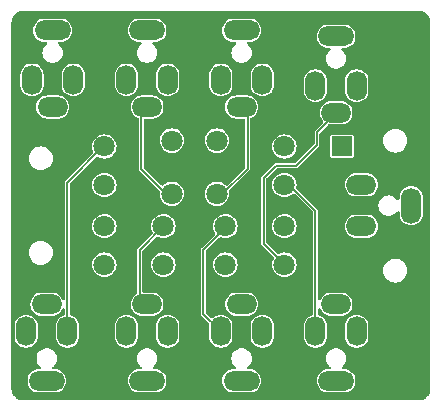
<source format=gbr>
%TF.GenerationSoftware,KiCad,Pcbnew,8.0.1-8.0.1-1~ubuntu22.04.1*%
%TF.CreationDate,2024-03-30T18:29:38+00:00*%
%TF.ProjectId,JACK_CONN,4a41434b-5f43-44f4-9e4e-2e6b69636164,v2.0*%
%TF.SameCoordinates,Original*%
%TF.FileFunction,Copper,L4,Bot*%
%TF.FilePolarity,Positive*%
%FSLAX46Y46*%
G04 Gerber Fmt 4.6, Leading zero omitted, Abs format (unit mm)*
G04 Created by KiCad (PCBNEW 8.0.1-8.0.1-1~ubuntu22.04.1) date 2024-03-30 18:29:38*
%MOMM*%
%LPD*%
G01*
G04 APERTURE LIST*
G04 Aperture macros list*
%AMRoundRect*
0 Rectangle with rounded corners*
0 $1 Rounding radius*
0 $2 $3 $4 $5 $6 $7 $8 $9 X,Y pos of 4 corners*
0 Add a 4 corners polygon primitive as box body*
4,1,4,$2,$3,$4,$5,$6,$7,$8,$9,$2,$3,0*
0 Add four circle primitives for the rounded corners*
1,1,$1+$1,$2,$3*
1,1,$1+$1,$4,$5*
1,1,$1+$1,$6,$7*
1,1,$1+$1,$8,$9*
0 Add four rect primitives between the rounded corners*
20,1,$1+$1,$2,$3,$4,$5,0*
20,1,$1+$1,$4,$5,$6,$7,0*
20,1,$1+$1,$6,$7,$8,$9,0*
20,1,$1+$1,$8,$9,$2,$3,0*%
G04 Aperture macros list end*
%TA.AperFunction,ComponentPad*%
%ADD10RoundRect,0.800000X0.050000X0.450000X-0.050000X0.450000X-0.050000X-0.450000X0.050000X-0.450000X0*%
%TD*%
%TA.AperFunction,ComponentPad*%
%ADD11RoundRect,0.800000X-0.450000X0.050000X-0.450000X-0.050000X0.450000X-0.050000X0.450000X0.050000X0*%
%TD*%
%TA.AperFunction,ComponentPad*%
%ADD12RoundRect,0.800000X-0.700000X0.050000X-0.700000X-0.050000X0.700000X-0.050000X0.700000X0.050000X0*%
%TD*%
%TA.AperFunction,ComponentPad*%
%ADD13RoundRect,0.800000X-0.050000X-0.450000X0.050000X-0.450000X0.050000X0.450000X-0.050000X0.450000X0*%
%TD*%
%TA.AperFunction,ComponentPad*%
%ADD14RoundRect,0.800000X0.450000X-0.050000X0.450000X0.050000X-0.450000X0.050000X-0.450000X-0.050000X0*%
%TD*%
%TA.AperFunction,ComponentPad*%
%ADD15RoundRect,0.800000X0.700000X-0.050000X0.700000X0.050000X-0.700000X0.050000X-0.700000X-0.050000X0*%
%TD*%
%TA.AperFunction,ComponentPad*%
%ADD16RoundRect,0.800000X-0.050000X-0.700000X0.050000X-0.700000X0.050000X0.700000X-0.050000X0.700000X0*%
%TD*%
%TA.AperFunction,ComponentPad*%
%ADD17R,1.700000X1.700000*%
%TD*%
%TA.AperFunction,ComponentPad*%
%ADD18C,1.800000*%
%TD*%
%TA.AperFunction,Conductor*%
%ADD19C,0.152400*%
%TD*%
G04 APERTURE END LIST*
D10*
%TO.P,J8,1,T*%
%TO.N,/in8-*%
X50250001Y-50644999D03*
D11*
%TO.P,J8,2,R*%
%TO.N,/in8+*%
X52000001Y-48344999D03*
D10*
%TO.P,J8,3,T*%
%TO.N,/in8-*%
X53750001Y-50644999D03*
D12*
%TO.P,J8,6,S*%
%TO.N,unconnected-(J8-S-Pad6)*%
X52000001Y-54844999D03*
%TD*%
D13*
%TO.P,J1,1,T*%
%TO.N,/in1-*%
X29750001Y-29355000D03*
D14*
%TO.P,J1,2,R*%
%TO.N,/in1+*%
X28000001Y-31655000D03*
D13*
%TO.P,J1,3,T*%
%TO.N,/in1-*%
X26250001Y-29355000D03*
D15*
%TO.P,J1,6,S*%
%TO.N,unconnected-(J1-S-Pad6)*%
X28000001Y-25155000D03*
%TD*%
D11*
%TO.P,J9,1,T*%
%TO.N,/REF*%
X54145000Y-41750000D03*
D13*
%TO.P,J9,2,R*%
%TO.N,/GND*%
X51845000Y-40000000D03*
D11*
%TO.P,J9,3,T*%
%TO.N,/REF*%
X54145000Y-38250000D03*
D16*
%TO.P,J9,6,S*%
%TO.N,unconnected-(J9-S-Pad6)*%
X58345000Y-40000000D03*
%TD*%
D13*
%TO.P,J7,1,T*%
%TO.N,/in7-*%
X53750001Y-29855000D03*
D14*
%TO.P,J7,2,R*%
%TO.N,/in7+*%
X52000001Y-32155000D03*
D13*
%TO.P,J7,3,T*%
%TO.N,/in7-*%
X50250001Y-29855000D03*
D15*
%TO.P,J7,6,S*%
%TO.N,unconnected-(J7-S-Pad6)*%
X52000001Y-25655000D03*
%TD*%
D13*
%TO.P,J6,1,T*%
%TO.N,/in6-*%
X45750001Y-29355000D03*
D14*
%TO.P,J6,2,R*%
%TO.N,/in6+*%
X44000001Y-31655000D03*
D13*
%TO.P,J6,3,T*%
%TO.N,/in6-*%
X42250001Y-29355000D03*
D15*
%TO.P,J6,6,S*%
%TO.N,unconnected-(J6-S-Pad6)*%
X44000001Y-25155000D03*
%TD*%
D10*
%TO.P,J2,1,T*%
%TO.N,/in2-*%
X25750001Y-50645000D03*
D11*
%TO.P,J2,2,R*%
%TO.N,/in2+*%
X27500001Y-48345000D03*
D10*
%TO.P,J2,3,T*%
%TO.N,/in2-*%
X29250001Y-50645000D03*
D12*
%TO.P,J2,6,S*%
%TO.N,unconnected-(J2-S-Pad6)*%
X27500001Y-54845000D03*
%TD*%
D10*
%TO.P,J5,1,T*%
%TO.N,/in5-*%
X42250001Y-50644999D03*
D11*
%TO.P,J5,2,R*%
%TO.N,/in5+*%
X44000001Y-48344999D03*
D10*
%TO.P,J5,3,T*%
%TO.N,/in5-*%
X45750001Y-50644999D03*
D12*
%TO.P,J5,6,S*%
%TO.N,unconnected-(J5-S-Pad6)*%
X44000001Y-54844999D03*
%TD*%
D13*
%TO.P,J3,1,T*%
%TO.N,/in3-*%
X37750001Y-29355000D03*
D14*
%TO.P,J3,2,R*%
%TO.N,/in3+*%
X36000001Y-31655000D03*
D13*
%TO.P,J3,3,T*%
%TO.N,/in3-*%
X34250001Y-29355000D03*
D15*
%TO.P,J3,6,S*%
%TO.N,unconnected-(J3-S-Pad6)*%
X36000001Y-25155000D03*
%TD*%
D17*
%TO.P,J10,1,Pin_1*%
%TO.N,/GND*%
X52500001Y-45000000D03*
%TD*%
%TO.P,J11,1,Pin_1*%
%TO.N,/REF*%
X52500001Y-35000000D03*
%TD*%
D10*
%TO.P,J4,1,T*%
%TO.N,/in4+*%
X34250001Y-50644999D03*
D11*
%TO.P,J4,2,R*%
%TO.N,/in4-*%
X36000001Y-48344999D03*
D10*
%TO.P,J4,3,T*%
%TO.N,/in4+*%
X37750001Y-50644999D03*
D12*
%TO.P,J4,6,S*%
%TO.N,unconnected-(J4-S-Pad6)*%
X36000001Y-54844999D03*
%TD*%
D18*
%TO.P,J25,1,Pin_1*%
%TO.N,/in6-*%
X41905001Y-34500000D03*
%TD*%
%TO.P,J21,1,Pin_1*%
%TO.N,/in2-*%
X32375001Y-35000000D03*
%TD*%
%TO.P,J14,1,Pin_1*%
%TO.N,/in3+*%
X38095001Y-39000000D03*
%TD*%
%TO.P,J20,1,Pin_1*%
%TO.N,/in1-*%
X32375001Y-38250000D03*
%TD*%
%TO.P,J18,1,Pin_1*%
%TO.N,/in7+*%
X47625001Y-45000000D03*
%TD*%
%TO.P,J23,1,Pin_1*%
%TO.N,/in4-*%
X37375001Y-41750000D03*
%TD*%
%TO.P,J16,1,Pin_1*%
%TO.N,/in5+*%
X42625001Y-45000000D03*
%TD*%
%TO.P,J12,1,Pin_1*%
%TO.N,/in1+*%
X32375001Y-41750000D03*
%TD*%
%TO.P,J27,1,Pin_1*%
%TO.N,/in8-*%
X47625001Y-38250000D03*
%TD*%
%TO.P,J13,1,Pin_1*%
%TO.N,/in2+*%
X32375001Y-45000000D03*
%TD*%
%TO.P,J24,1,Pin_1*%
%TO.N,/in5-*%
X42625001Y-41750000D03*
%TD*%
%TO.P,J26,1,Pin_1*%
%TO.N,/in7-*%
X47625001Y-35000000D03*
%TD*%
%TO.P,J15,1,Pin_1*%
%TO.N,/in4+*%
X37375001Y-45000000D03*
%TD*%
%TO.P,J17,1,Pin_1*%
%TO.N,/in6+*%
X41905001Y-39000000D03*
%TD*%
%TO.P,J22,1,Pin_1*%
%TO.N,/in3-*%
X38095001Y-34500000D03*
%TD*%
%TO.P,J19,1,Pin_1*%
%TO.N,/in8+*%
X47625001Y-41750000D03*
%TD*%
D19*
%TO.N,/in2-*%
X32375001Y-35000000D02*
X32300001Y-35000000D01*
X32300001Y-35000000D02*
X29250001Y-38050000D01*
X29250001Y-38050000D02*
X29250001Y-50645000D01*
%TO.N,/in3+*%
X35500001Y-36875001D02*
X35500001Y-32155000D01*
X37625000Y-39000000D02*
X35500001Y-36875001D01*
X35500001Y-32155000D02*
X36000001Y-31655000D01*
X38095001Y-39000000D02*
X37625000Y-39000000D01*
%TO.N,/in4-*%
X35375001Y-43750000D02*
X35375001Y-47719999D01*
X37375001Y-41750000D02*
X35375001Y-43750000D01*
X35375001Y-47719999D02*
X36000001Y-48344999D01*
%TO.N,/in5-*%
X40750001Y-49144999D02*
X42250001Y-50644999D01*
X42250001Y-42250000D02*
X40750001Y-43750000D01*
X40750001Y-43750000D02*
X40750001Y-49144999D01*
%TO.N,/in6+*%
X41905001Y-39000000D02*
X42375000Y-39000000D01*
X44500001Y-36874999D02*
X44500001Y-32155000D01*
X44500001Y-32155000D02*
X44000001Y-31655000D01*
X42375000Y-39000000D02*
X44500001Y-36874999D01*
%TO.N,/in7+*%
X48625001Y-36625000D02*
X50375001Y-34875000D01*
X47700001Y-45075000D02*
X45875001Y-43250000D01*
X47700001Y-45200000D02*
X47700001Y-45075000D01*
X45875001Y-37625000D02*
X46875001Y-36625000D01*
X45875001Y-43250000D02*
X45875001Y-37625000D01*
X46875001Y-36625000D02*
X48625001Y-36625000D01*
X50375001Y-34875000D02*
X50375001Y-33780000D01*
X50375001Y-33780000D02*
X52000001Y-32155000D01*
%TO.N,/in8-*%
X47625001Y-38250000D02*
X48050001Y-38250000D01*
X48050001Y-38250000D02*
X50250001Y-40450000D01*
X50250001Y-40450000D02*
X50250001Y-50644999D01*
%TD*%
%TA.AperFunction,Conductor*%
%TO.N,/GND*%
G36*
X58979745Y-23510501D02*
G01*
X58994589Y-23510501D01*
X59005396Y-23510973D01*
X59060255Y-23515772D01*
X59161016Y-23524588D01*
X59182301Y-23528340D01*
X59327959Y-23567370D01*
X59348257Y-23574758D01*
X59463428Y-23628463D01*
X59484915Y-23638483D01*
X59503633Y-23649290D01*
X59627150Y-23735777D01*
X59643708Y-23749671D01*
X59750328Y-23856291D01*
X59764222Y-23872849D01*
X59850709Y-23996367D01*
X59861516Y-24015085D01*
X59925239Y-24151738D01*
X59932632Y-24172049D01*
X59971658Y-24317696D01*
X59975411Y-24338982D01*
X59989028Y-24494613D01*
X59989500Y-24505421D01*
X59989500Y-55494581D01*
X59989028Y-55505387D01*
X59975414Y-55661010D01*
X59971661Y-55682297D01*
X59932636Y-55827945D01*
X59925244Y-55848254D01*
X59887739Y-55928688D01*
X59861522Y-55984911D01*
X59850714Y-56003630D01*
X59764229Y-56127145D01*
X59750336Y-56143703D01*
X59643711Y-56250329D01*
X59627153Y-56264222D01*
X59503643Y-56350706D01*
X59484924Y-56361514D01*
X59348267Y-56425239D01*
X59327956Y-56432632D01*
X59182306Y-56471659D01*
X59161021Y-56475412D01*
X59005491Y-56489021D01*
X58994682Y-56489493D01*
X25505411Y-56489497D01*
X25494604Y-56489025D01*
X25338984Y-56475411D01*
X25317698Y-56471658D01*
X25172049Y-56432632D01*
X25151738Y-56425239D01*
X25015085Y-56361517D01*
X24996366Y-56350710D01*
X24872849Y-56264223D01*
X24856291Y-56250329D01*
X24749675Y-56143713D01*
X24735781Y-56127155D01*
X24649291Y-56003634D01*
X24638484Y-55984916D01*
X24574761Y-55848263D01*
X24567368Y-55827952D01*
X24564199Y-55816127D01*
X24528340Y-55682302D01*
X24524588Y-55661016D01*
X24524587Y-55661010D01*
X24510975Y-55505419D01*
X24510503Y-55494612D01*
X24510503Y-55482157D01*
X24510502Y-55482147D01*
X24510502Y-54959921D01*
X25872501Y-54959921D01*
X25878873Y-55040890D01*
X25878874Y-55040892D01*
X25929335Y-55229217D01*
X26017849Y-55402935D01*
X26140547Y-55554454D01*
X26292066Y-55677152D01*
X26465784Y-55765666D01*
X26654109Y-55816127D01*
X26735085Y-55822500D01*
X26735093Y-55822500D01*
X28264909Y-55822500D01*
X28264917Y-55822500D01*
X28345893Y-55816127D01*
X28534218Y-55765666D01*
X28707936Y-55677152D01*
X28859455Y-55554454D01*
X28982153Y-55402935D01*
X29070667Y-55229217D01*
X29121128Y-55040892D01*
X29127501Y-54959920D01*
X34372501Y-54959920D01*
X34378873Y-55040889D01*
X34378874Y-55040891D01*
X34429335Y-55229216D01*
X34517849Y-55402934D01*
X34640547Y-55554453D01*
X34792066Y-55677151D01*
X34965784Y-55765665D01*
X35154109Y-55816126D01*
X35235085Y-55822499D01*
X35235093Y-55822499D01*
X36764909Y-55822499D01*
X36764917Y-55822499D01*
X36845893Y-55816126D01*
X37034218Y-55765665D01*
X37207936Y-55677151D01*
X37359455Y-55554453D01*
X37482153Y-55402934D01*
X37570667Y-55229216D01*
X37621128Y-55040891D01*
X37627501Y-54959920D01*
X42372501Y-54959920D01*
X42378873Y-55040889D01*
X42378874Y-55040891D01*
X42429335Y-55229216D01*
X42517849Y-55402934D01*
X42640547Y-55554453D01*
X42792066Y-55677151D01*
X42965784Y-55765665D01*
X43154109Y-55816126D01*
X43235085Y-55822499D01*
X43235093Y-55822499D01*
X44764909Y-55822499D01*
X44764917Y-55822499D01*
X44845893Y-55816126D01*
X45034218Y-55765665D01*
X45207936Y-55677151D01*
X45359455Y-55554453D01*
X45482153Y-55402934D01*
X45570667Y-55229216D01*
X45621128Y-55040891D01*
X45627501Y-54959920D01*
X50372501Y-54959920D01*
X50378873Y-55040889D01*
X50378874Y-55040891D01*
X50429335Y-55229216D01*
X50517849Y-55402934D01*
X50640547Y-55554453D01*
X50792066Y-55677151D01*
X50965784Y-55765665D01*
X51154109Y-55816126D01*
X51235085Y-55822499D01*
X51235093Y-55822499D01*
X52764909Y-55822499D01*
X52764917Y-55822499D01*
X52845893Y-55816126D01*
X53034218Y-55765665D01*
X53207936Y-55677151D01*
X53359455Y-55554453D01*
X53482153Y-55402934D01*
X53570667Y-55229216D01*
X53621128Y-55040891D01*
X53627501Y-54959915D01*
X53627501Y-54730083D01*
X53621128Y-54649107D01*
X53570667Y-54460782D01*
X53482153Y-54287064D01*
X53359455Y-54135545D01*
X53207936Y-54012847D01*
X53034218Y-53924333D01*
X53034215Y-53924332D01*
X52845891Y-53873871D01*
X52764922Y-53867499D01*
X52764917Y-53867499D01*
X52575892Y-53867499D01*
X52508853Y-53847814D01*
X52463098Y-53795010D01*
X52453154Y-53725852D01*
X52482179Y-53662296D01*
X52503007Y-53643181D01*
X52511316Y-53637143D01*
X52578960Y-53587998D01*
X52699990Y-53453580D01*
X52699991Y-53453579D01*
X52699996Y-53453573D01*
X52790437Y-53296924D01*
X52846333Y-53124893D01*
X52865241Y-52944999D01*
X52846333Y-52765105D01*
X52818385Y-52679089D01*
X52790439Y-52593079D01*
X52790436Y-52593073D01*
X52699996Y-52436425D01*
X52699991Y-52436418D01*
X52578960Y-52302000D01*
X52578958Y-52301998D01*
X52432622Y-52195679D01*
X52432621Y-52195678D01*
X52308902Y-52140596D01*
X52267375Y-52122107D01*
X52267373Y-52122106D01*
X52138201Y-52094650D01*
X52090443Y-52084499D01*
X51909559Y-52084499D01*
X51861800Y-52094650D01*
X51732629Y-52122106D01*
X51567380Y-52195678D01*
X51567379Y-52195679D01*
X51421043Y-52301998D01*
X51421041Y-52302000D01*
X51300010Y-52436418D01*
X51300005Y-52436425D01*
X51209565Y-52593073D01*
X51209562Y-52593079D01*
X51153670Y-52765100D01*
X51153669Y-52765102D01*
X51134761Y-52944999D01*
X51153669Y-53124895D01*
X51153670Y-53124897D01*
X51209562Y-53296918D01*
X51209565Y-53296924D01*
X51300005Y-53453572D01*
X51300010Y-53453579D01*
X51403818Y-53568869D01*
X51421042Y-53587998D01*
X51482013Y-53632296D01*
X51496995Y-53643181D01*
X51539661Y-53698511D01*
X51545640Y-53768124D01*
X51513035Y-53829919D01*
X51452196Y-53864276D01*
X51424110Y-53867499D01*
X51235079Y-53867499D01*
X51154110Y-53873871D01*
X50965786Y-53924332D01*
X50965784Y-53924333D01*
X50792066Y-54012847D01*
X50792064Y-54012848D01*
X50792061Y-54012850D01*
X50640547Y-54135545D01*
X50517852Y-54287059D01*
X50517850Y-54287062D01*
X50517849Y-54287064D01*
X50432913Y-54453758D01*
X50429336Y-54460780D01*
X50429334Y-54460784D01*
X50378873Y-54649108D01*
X50372501Y-54730077D01*
X50372501Y-54959920D01*
X45627501Y-54959920D01*
X45627501Y-54959915D01*
X45627501Y-54730083D01*
X45621128Y-54649107D01*
X45570667Y-54460782D01*
X45482153Y-54287064D01*
X45359455Y-54135545D01*
X45207936Y-54012847D01*
X45034218Y-53924333D01*
X45034215Y-53924332D01*
X44845891Y-53873871D01*
X44764922Y-53867499D01*
X44764917Y-53867499D01*
X44575892Y-53867499D01*
X44508853Y-53847814D01*
X44463098Y-53795010D01*
X44453154Y-53725852D01*
X44482179Y-53662296D01*
X44503007Y-53643181D01*
X44511316Y-53637143D01*
X44578960Y-53587998D01*
X44699990Y-53453580D01*
X44699991Y-53453579D01*
X44699996Y-53453573D01*
X44790437Y-53296924D01*
X44846333Y-53124893D01*
X44865241Y-52944999D01*
X44846333Y-52765105D01*
X44818385Y-52679089D01*
X44790439Y-52593079D01*
X44790436Y-52593073D01*
X44699996Y-52436425D01*
X44699991Y-52436418D01*
X44578960Y-52302000D01*
X44578958Y-52301998D01*
X44432622Y-52195679D01*
X44432621Y-52195678D01*
X44308902Y-52140596D01*
X44267375Y-52122107D01*
X44267373Y-52122106D01*
X44138201Y-52094650D01*
X44090443Y-52084499D01*
X43909559Y-52084499D01*
X43861800Y-52094650D01*
X43732629Y-52122106D01*
X43567380Y-52195678D01*
X43567379Y-52195679D01*
X43421043Y-52301998D01*
X43421041Y-52302000D01*
X43300010Y-52436418D01*
X43300005Y-52436425D01*
X43209565Y-52593073D01*
X43209562Y-52593079D01*
X43153670Y-52765100D01*
X43153669Y-52765102D01*
X43134761Y-52944999D01*
X43153669Y-53124895D01*
X43153670Y-53124897D01*
X43209562Y-53296918D01*
X43209565Y-53296924D01*
X43300005Y-53453572D01*
X43300010Y-53453579D01*
X43403818Y-53568869D01*
X43421042Y-53587998D01*
X43482013Y-53632296D01*
X43496995Y-53643181D01*
X43539661Y-53698511D01*
X43545640Y-53768124D01*
X43513035Y-53829919D01*
X43452196Y-53864276D01*
X43424110Y-53867499D01*
X43235079Y-53867499D01*
X43154110Y-53873871D01*
X42965786Y-53924332D01*
X42965784Y-53924333D01*
X42792066Y-54012847D01*
X42792064Y-54012848D01*
X42792061Y-54012850D01*
X42640547Y-54135545D01*
X42517852Y-54287059D01*
X42517850Y-54287062D01*
X42517849Y-54287064D01*
X42432913Y-54453758D01*
X42429336Y-54460780D01*
X42429334Y-54460784D01*
X42378873Y-54649108D01*
X42372501Y-54730077D01*
X42372501Y-54959920D01*
X37627501Y-54959920D01*
X37627501Y-54959915D01*
X37627501Y-54730083D01*
X37621128Y-54649107D01*
X37570667Y-54460782D01*
X37482153Y-54287064D01*
X37359455Y-54135545D01*
X37207936Y-54012847D01*
X37034218Y-53924333D01*
X37034215Y-53924332D01*
X36845891Y-53873871D01*
X36764922Y-53867499D01*
X36764917Y-53867499D01*
X36575892Y-53867499D01*
X36508853Y-53847814D01*
X36463098Y-53795010D01*
X36453154Y-53725852D01*
X36482179Y-53662296D01*
X36503007Y-53643181D01*
X36511316Y-53637143D01*
X36578960Y-53587998D01*
X36699990Y-53453580D01*
X36699991Y-53453579D01*
X36699996Y-53453573D01*
X36790437Y-53296924D01*
X36846333Y-53124893D01*
X36865241Y-52944999D01*
X36846333Y-52765105D01*
X36818385Y-52679089D01*
X36790439Y-52593079D01*
X36790436Y-52593073D01*
X36699996Y-52436425D01*
X36699991Y-52436418D01*
X36578960Y-52302000D01*
X36578958Y-52301998D01*
X36432622Y-52195679D01*
X36432621Y-52195678D01*
X36308902Y-52140596D01*
X36267375Y-52122107D01*
X36267373Y-52122106D01*
X36138201Y-52094650D01*
X36090443Y-52084499D01*
X35909559Y-52084499D01*
X35861800Y-52094650D01*
X35732629Y-52122106D01*
X35567380Y-52195678D01*
X35567379Y-52195679D01*
X35421043Y-52301998D01*
X35421041Y-52302000D01*
X35300010Y-52436418D01*
X35300005Y-52436425D01*
X35209565Y-52593073D01*
X35209562Y-52593079D01*
X35153670Y-52765100D01*
X35153669Y-52765102D01*
X35134761Y-52944999D01*
X35153669Y-53124895D01*
X35153670Y-53124897D01*
X35209562Y-53296918D01*
X35209565Y-53296924D01*
X35300005Y-53453572D01*
X35300010Y-53453579D01*
X35403818Y-53568869D01*
X35421042Y-53587998D01*
X35482013Y-53632296D01*
X35496995Y-53643181D01*
X35539661Y-53698511D01*
X35545640Y-53768124D01*
X35513035Y-53829919D01*
X35452196Y-53864276D01*
X35424110Y-53867499D01*
X35235079Y-53867499D01*
X35154110Y-53873871D01*
X34965786Y-53924332D01*
X34965784Y-53924333D01*
X34792066Y-54012847D01*
X34792064Y-54012848D01*
X34792061Y-54012850D01*
X34640547Y-54135545D01*
X34517852Y-54287059D01*
X34517850Y-54287062D01*
X34517849Y-54287064D01*
X34432913Y-54453758D01*
X34429336Y-54460780D01*
X34429334Y-54460784D01*
X34378873Y-54649108D01*
X34372501Y-54730077D01*
X34372501Y-54959920D01*
X29127501Y-54959920D01*
X29127501Y-54959916D01*
X29127501Y-54730084D01*
X29121128Y-54649108D01*
X29070667Y-54460783D01*
X28982153Y-54287065D01*
X28859455Y-54135546D01*
X28707936Y-54012848D01*
X28534218Y-53924334D01*
X28534215Y-53924333D01*
X28345891Y-53873872D01*
X28264922Y-53867500D01*
X28264917Y-53867500D01*
X28075892Y-53867500D01*
X28008853Y-53847815D01*
X27963098Y-53795011D01*
X27953154Y-53725853D01*
X27982179Y-53662297D01*
X28003007Y-53643182D01*
X28011316Y-53637144D01*
X28078960Y-53587999D01*
X28156667Y-53501695D01*
X28199991Y-53453580D01*
X28199996Y-53453574D01*
X28290437Y-53296925D01*
X28346333Y-53124894D01*
X28365241Y-52945000D01*
X28346333Y-52765106D01*
X28290438Y-52593079D01*
X28290436Y-52593074D01*
X28290435Y-52593073D01*
X28208730Y-52451554D01*
X28199996Y-52436426D01*
X28199991Y-52436419D01*
X28078960Y-52302001D01*
X28078958Y-52301999D01*
X27932622Y-52195680D01*
X27932621Y-52195679D01*
X27808902Y-52140597D01*
X27767375Y-52122108D01*
X27767373Y-52122107D01*
X27638201Y-52094651D01*
X27590443Y-52084500D01*
X27409559Y-52084500D01*
X27361800Y-52094651D01*
X27232629Y-52122107D01*
X27067380Y-52195679D01*
X27067379Y-52195680D01*
X26921043Y-52301999D01*
X26921041Y-52302001D01*
X26800010Y-52436419D01*
X26800005Y-52436426D01*
X26709565Y-52593074D01*
X26709562Y-52593080D01*
X26653670Y-52765101D01*
X26653669Y-52765103D01*
X26634761Y-52945000D01*
X26653669Y-53124896D01*
X26653670Y-53124898D01*
X26709562Y-53296919D01*
X26709565Y-53296925D01*
X26800005Y-53453573D01*
X26800010Y-53453580D01*
X26903817Y-53568869D01*
X26921042Y-53587999D01*
X26982013Y-53632297D01*
X26996995Y-53643182D01*
X27039661Y-53698512D01*
X27045640Y-53768125D01*
X27013035Y-53829920D01*
X26952196Y-53864277D01*
X26924110Y-53867500D01*
X26735079Y-53867500D01*
X26654110Y-53873872D01*
X26465786Y-53924333D01*
X26465784Y-53924334D01*
X26292066Y-54012848D01*
X26292064Y-54012849D01*
X26292061Y-54012851D01*
X26140547Y-54135546D01*
X26017852Y-54287060D01*
X25929336Y-54460781D01*
X25929334Y-54460785D01*
X25878873Y-54649109D01*
X25872501Y-54730078D01*
X25872501Y-54959921D01*
X24510502Y-54959921D01*
X24510502Y-51159921D01*
X24772501Y-51159921D01*
X24778873Y-51240890D01*
X24778874Y-51240892D01*
X24829335Y-51429217D01*
X24917849Y-51602935D01*
X25040547Y-51754454D01*
X25192066Y-51877152D01*
X25365784Y-51965666D01*
X25554109Y-52016127D01*
X25635085Y-52022500D01*
X25635093Y-52022500D01*
X25864909Y-52022500D01*
X25864917Y-52022500D01*
X25945893Y-52016127D01*
X26134218Y-51965666D01*
X26307936Y-51877152D01*
X26459455Y-51754454D01*
X26582153Y-51602935D01*
X26670667Y-51429217D01*
X26721128Y-51240892D01*
X26727501Y-51159916D01*
X26727501Y-50130084D01*
X26721128Y-50049108D01*
X26670667Y-49860783D01*
X26582153Y-49687065D01*
X26459455Y-49535546D01*
X26307936Y-49412848D01*
X26134218Y-49324334D01*
X26134215Y-49324333D01*
X25945891Y-49273872D01*
X25864922Y-49267500D01*
X25864917Y-49267500D01*
X25635085Y-49267500D01*
X25635079Y-49267500D01*
X25554110Y-49273872D01*
X25365786Y-49324333D01*
X25365784Y-49324334D01*
X25192066Y-49412848D01*
X25192064Y-49412849D01*
X25192061Y-49412851D01*
X25040547Y-49535546D01*
X24917852Y-49687060D01*
X24829336Y-49860781D01*
X24829334Y-49860785D01*
X24778873Y-50049109D01*
X24772501Y-50130078D01*
X24772501Y-51159921D01*
X24510502Y-51159921D01*
X24510502Y-48459921D01*
X26122501Y-48459921D01*
X26128873Y-48540890D01*
X26171917Y-48701534D01*
X26179335Y-48729217D01*
X26267849Y-48902935D01*
X26390547Y-49054454D01*
X26542066Y-49177152D01*
X26715784Y-49265666D01*
X26904109Y-49316127D01*
X26985085Y-49322500D01*
X26985093Y-49322500D01*
X28014909Y-49322500D01*
X28014917Y-49322500D01*
X28095893Y-49316127D01*
X28284218Y-49265666D01*
X28457936Y-49177152D01*
X28609455Y-49054454D01*
X28732153Y-48902935D01*
X28811817Y-48746585D01*
X28859791Y-48695791D01*
X28927612Y-48678996D01*
X28993747Y-48701534D01*
X29037198Y-48756249D01*
X29046301Y-48802882D01*
X29046301Y-49180816D01*
X29026616Y-49247855D01*
X28973812Y-49293610D01*
X28954394Y-49300591D01*
X28865785Y-49324333D01*
X28775412Y-49370380D01*
X28692066Y-49412848D01*
X28692064Y-49412849D01*
X28692061Y-49412851D01*
X28540547Y-49535546D01*
X28417852Y-49687060D01*
X28329336Y-49860781D01*
X28329334Y-49860785D01*
X28278873Y-50049109D01*
X28272501Y-50130078D01*
X28272501Y-51159921D01*
X28278873Y-51240890D01*
X28278874Y-51240892D01*
X28329335Y-51429217D01*
X28417849Y-51602935D01*
X28540547Y-51754454D01*
X28692066Y-51877152D01*
X28865784Y-51965666D01*
X29054109Y-52016127D01*
X29135085Y-52022500D01*
X29135093Y-52022500D01*
X29364909Y-52022500D01*
X29364917Y-52022500D01*
X29445893Y-52016127D01*
X29634218Y-51965666D01*
X29807936Y-51877152D01*
X29959455Y-51754454D01*
X30082153Y-51602935D01*
X30170667Y-51429217D01*
X30221128Y-51240892D01*
X30227501Y-51159920D01*
X33272501Y-51159920D01*
X33278873Y-51240889D01*
X33278874Y-51240891D01*
X33329335Y-51429216D01*
X33417849Y-51602934D01*
X33540547Y-51754453D01*
X33692066Y-51877151D01*
X33865784Y-51965665D01*
X34054109Y-52016126D01*
X34135085Y-52022499D01*
X34135093Y-52022499D01*
X34364909Y-52022499D01*
X34364917Y-52022499D01*
X34445893Y-52016126D01*
X34634218Y-51965665D01*
X34807936Y-51877151D01*
X34959455Y-51754453D01*
X35082153Y-51602934D01*
X35170667Y-51429216D01*
X35221128Y-51240891D01*
X35227501Y-51159920D01*
X36772501Y-51159920D01*
X36778873Y-51240889D01*
X36778874Y-51240891D01*
X36829335Y-51429216D01*
X36917849Y-51602934D01*
X37040547Y-51754453D01*
X37192066Y-51877151D01*
X37365784Y-51965665D01*
X37554109Y-52016126D01*
X37635085Y-52022499D01*
X37635093Y-52022499D01*
X37864909Y-52022499D01*
X37864917Y-52022499D01*
X37945893Y-52016126D01*
X38134218Y-51965665D01*
X38307936Y-51877151D01*
X38459455Y-51754453D01*
X38582153Y-51602934D01*
X38670667Y-51429216D01*
X38721128Y-51240891D01*
X38727501Y-51159915D01*
X38727501Y-50130083D01*
X38721128Y-50049107D01*
X38670667Y-49860782D01*
X38582153Y-49687064D01*
X38459455Y-49535545D01*
X38307936Y-49412847D01*
X38134218Y-49324333D01*
X38134215Y-49324332D01*
X37945891Y-49273871D01*
X37864922Y-49267499D01*
X37864917Y-49267499D01*
X37635085Y-49267499D01*
X37635079Y-49267499D01*
X37554110Y-49273871D01*
X37365786Y-49324332D01*
X37365784Y-49324333D01*
X37192066Y-49412847D01*
X37192064Y-49412848D01*
X37192061Y-49412850D01*
X37040547Y-49535545D01*
X36917852Y-49687059D01*
X36917850Y-49687062D01*
X36917849Y-49687064D01*
X36832913Y-49853758D01*
X36829336Y-49860780D01*
X36829334Y-49860784D01*
X36778873Y-50049108D01*
X36772501Y-50130077D01*
X36772501Y-51159920D01*
X35227501Y-51159920D01*
X35227501Y-51159915D01*
X35227501Y-50130083D01*
X35221128Y-50049107D01*
X35170667Y-49860782D01*
X35082153Y-49687064D01*
X34959455Y-49535545D01*
X34807936Y-49412847D01*
X34634218Y-49324333D01*
X34634215Y-49324332D01*
X34445891Y-49273871D01*
X34364922Y-49267499D01*
X34364917Y-49267499D01*
X34135085Y-49267499D01*
X34135079Y-49267499D01*
X34054110Y-49273871D01*
X33865786Y-49324332D01*
X33865784Y-49324333D01*
X33692066Y-49412847D01*
X33692064Y-49412848D01*
X33692061Y-49412850D01*
X33540547Y-49535545D01*
X33417852Y-49687059D01*
X33417850Y-49687062D01*
X33417849Y-49687064D01*
X33332913Y-49853758D01*
X33329336Y-49860780D01*
X33329334Y-49860784D01*
X33278873Y-50049108D01*
X33272501Y-50130077D01*
X33272501Y-51159920D01*
X30227501Y-51159920D01*
X30227501Y-51159916D01*
X30227501Y-50130084D01*
X30221128Y-50049108D01*
X30170667Y-49860783D01*
X30082153Y-49687065D01*
X29959455Y-49535546D01*
X29807936Y-49412848D01*
X29634218Y-49324334D01*
X29634217Y-49324333D01*
X29634216Y-49324333D01*
X29545608Y-49300591D01*
X29485947Y-49264226D01*
X29455418Y-49201379D01*
X29453701Y-49180816D01*
X29453701Y-48459920D01*
X34622501Y-48459920D01*
X34628873Y-48540889D01*
X34673963Y-48709168D01*
X34679335Y-48729216D01*
X34767849Y-48902934D01*
X34890547Y-49054453D01*
X35042066Y-49177151D01*
X35215784Y-49265665D01*
X35404109Y-49316126D01*
X35485085Y-49322499D01*
X35485093Y-49322499D01*
X36514909Y-49322499D01*
X36514917Y-49322499D01*
X36595893Y-49316126D01*
X36784218Y-49265665D01*
X36941519Y-49185516D01*
X40546301Y-49185516D01*
X40546302Y-49185521D01*
X40577309Y-49260383D01*
X40652050Y-49335124D01*
X40652056Y-49335129D01*
X41246670Y-49929744D01*
X41280155Y-49991067D01*
X41278912Y-50043353D01*
X41279836Y-50043512D01*
X41278873Y-50049110D01*
X41272501Y-50130077D01*
X41272501Y-51159920D01*
X41278873Y-51240889D01*
X41278874Y-51240891D01*
X41329335Y-51429216D01*
X41417849Y-51602934D01*
X41540547Y-51754453D01*
X41692066Y-51877151D01*
X41865784Y-51965665D01*
X42054109Y-52016126D01*
X42135085Y-52022499D01*
X42135093Y-52022499D01*
X42364909Y-52022499D01*
X42364917Y-52022499D01*
X42445893Y-52016126D01*
X42634218Y-51965665D01*
X42807936Y-51877151D01*
X42959455Y-51754453D01*
X43082153Y-51602934D01*
X43170667Y-51429216D01*
X43221128Y-51240891D01*
X43227501Y-51159920D01*
X44772501Y-51159920D01*
X44778873Y-51240889D01*
X44778874Y-51240891D01*
X44829335Y-51429216D01*
X44917849Y-51602934D01*
X45040547Y-51754453D01*
X45192066Y-51877151D01*
X45365784Y-51965665D01*
X45554109Y-52016126D01*
X45635085Y-52022499D01*
X45635093Y-52022499D01*
X45864909Y-52022499D01*
X45864917Y-52022499D01*
X45945893Y-52016126D01*
X46134218Y-51965665D01*
X46307936Y-51877151D01*
X46459455Y-51754453D01*
X46582153Y-51602934D01*
X46670667Y-51429216D01*
X46721128Y-51240891D01*
X46727501Y-51159915D01*
X46727501Y-50130083D01*
X46721128Y-50049107D01*
X46670667Y-49860782D01*
X46582153Y-49687064D01*
X46459455Y-49535545D01*
X46307936Y-49412847D01*
X46134218Y-49324333D01*
X46134215Y-49324332D01*
X45945891Y-49273871D01*
X45864922Y-49267499D01*
X45864917Y-49267499D01*
X45635085Y-49267499D01*
X45635079Y-49267499D01*
X45554110Y-49273871D01*
X45365786Y-49324332D01*
X45365784Y-49324333D01*
X45192066Y-49412847D01*
X45192064Y-49412848D01*
X45192061Y-49412850D01*
X45040547Y-49535545D01*
X44917852Y-49687059D01*
X44917850Y-49687062D01*
X44917849Y-49687064D01*
X44832913Y-49853758D01*
X44829336Y-49860780D01*
X44829334Y-49860784D01*
X44778873Y-50049108D01*
X44772501Y-50130077D01*
X44772501Y-51159920D01*
X43227501Y-51159920D01*
X43227501Y-51159915D01*
X43227501Y-50130083D01*
X43221128Y-50049107D01*
X43170667Y-49860782D01*
X43082153Y-49687064D01*
X42959455Y-49535545D01*
X42807936Y-49412847D01*
X42634218Y-49324333D01*
X42634215Y-49324332D01*
X42445891Y-49273871D01*
X42364922Y-49267499D01*
X42364917Y-49267499D01*
X42135085Y-49267499D01*
X42135079Y-49267499D01*
X42054110Y-49273871D01*
X41865786Y-49324332D01*
X41865784Y-49324333D01*
X41692066Y-49412847D01*
X41692064Y-49412848D01*
X41692061Y-49412850D01*
X41565471Y-49515362D01*
X41500984Y-49542254D01*
X41432195Y-49530012D01*
X41399754Y-49506677D01*
X41217412Y-49324335D01*
X40990020Y-49096942D01*
X40956535Y-49035619D01*
X40953701Y-49009261D01*
X40953701Y-48459920D01*
X42622501Y-48459920D01*
X42628873Y-48540889D01*
X42673963Y-48709168D01*
X42679335Y-48729216D01*
X42767849Y-48902934D01*
X42890547Y-49054453D01*
X43042066Y-49177151D01*
X43215784Y-49265665D01*
X43404109Y-49316126D01*
X43485085Y-49322499D01*
X43485093Y-49322499D01*
X44514909Y-49322499D01*
X44514917Y-49322499D01*
X44595893Y-49316126D01*
X44784218Y-49265665D01*
X44957936Y-49177151D01*
X45109455Y-49054453D01*
X45232153Y-48902934D01*
X45320667Y-48729216D01*
X45371128Y-48540891D01*
X45377501Y-48459915D01*
X45377501Y-48230083D01*
X45371128Y-48149107D01*
X45320667Y-47960782D01*
X45232153Y-47787064D01*
X45109455Y-47635545D01*
X44957936Y-47512847D01*
X44784218Y-47424333D01*
X44784215Y-47424332D01*
X44595891Y-47373871D01*
X44514922Y-47367499D01*
X44514917Y-47367499D01*
X43485085Y-47367499D01*
X43485079Y-47367499D01*
X43404110Y-47373871D01*
X43215786Y-47424332D01*
X43215784Y-47424333D01*
X43042066Y-47512847D01*
X43042064Y-47512848D01*
X43042061Y-47512850D01*
X42890547Y-47635545D01*
X42767852Y-47787059D01*
X42767850Y-47787062D01*
X42767849Y-47787064D01*
X42682913Y-47953758D01*
X42679336Y-47960780D01*
X42679334Y-47960784D01*
X42628873Y-48149108D01*
X42622501Y-48230077D01*
X42622501Y-48459920D01*
X40953701Y-48459920D01*
X40953701Y-45000000D01*
X41592529Y-45000000D01*
X41612367Y-45201423D01*
X41612368Y-45201425D01*
X41671121Y-45395110D01*
X41671122Y-45395113D01*
X41671123Y-45395114D01*
X41671124Y-45395117D01*
X41766528Y-45573605D01*
X41766532Y-45573612D01*
X41894932Y-45730068D01*
X42051388Y-45858468D01*
X42051395Y-45858472D01*
X42229883Y-45953876D01*
X42229884Y-45953876D01*
X42229891Y-45953880D01*
X42423576Y-46012633D01*
X42423575Y-46012633D01*
X42441635Y-46014411D01*
X42625001Y-46032472D01*
X42826426Y-46012633D01*
X43020111Y-45953880D01*
X43198612Y-45858469D01*
X43355069Y-45730068D01*
X43483470Y-45573611D01*
X43578881Y-45395110D01*
X43637634Y-45201425D01*
X43657473Y-45000000D01*
X43637634Y-44798575D01*
X43578881Y-44604890D01*
X43578877Y-44604882D01*
X43483473Y-44426394D01*
X43483469Y-44426387D01*
X43355069Y-44269931D01*
X43198613Y-44141531D01*
X43198606Y-44141527D01*
X43020118Y-44046123D01*
X43020115Y-44046122D01*
X43020114Y-44046121D01*
X43020111Y-44046120D01*
X42826426Y-43987367D01*
X42826424Y-43987366D01*
X42826426Y-43987366D01*
X42625001Y-43967528D01*
X42423577Y-43987366D01*
X42309218Y-44022056D01*
X42229891Y-44046120D01*
X42229888Y-44046121D01*
X42229886Y-44046122D01*
X42229883Y-44046123D01*
X42051395Y-44141527D01*
X42051388Y-44141531D01*
X41894932Y-44269931D01*
X41766532Y-44426387D01*
X41766528Y-44426394D01*
X41671124Y-44604882D01*
X41671123Y-44604885D01*
X41612367Y-44798576D01*
X41592529Y-45000000D01*
X40953701Y-45000000D01*
X40953701Y-43885737D01*
X40973386Y-43818698D01*
X40990020Y-43798056D01*
X41497559Y-43290517D01*
X45671301Y-43290517D01*
X45671302Y-43290522D01*
X45702309Y-43365384D01*
X45777050Y-43440125D01*
X45777056Y-43440130D01*
X46700382Y-44363456D01*
X46733867Y-44424779D01*
X46728883Y-44494471D01*
X46722059Y-44509590D01*
X46671124Y-44604882D01*
X46671123Y-44604885D01*
X46612367Y-44798576D01*
X46592529Y-45000000D01*
X46612367Y-45201423D01*
X46612368Y-45201425D01*
X46671121Y-45395110D01*
X46671122Y-45395113D01*
X46671123Y-45395114D01*
X46671124Y-45395117D01*
X46766528Y-45573605D01*
X46766532Y-45573612D01*
X46894932Y-45730068D01*
X47051388Y-45858468D01*
X47051395Y-45858472D01*
X47229883Y-45953876D01*
X47229884Y-45953876D01*
X47229891Y-45953880D01*
X47423576Y-46012633D01*
X47423575Y-46012633D01*
X47441635Y-46014411D01*
X47625001Y-46032472D01*
X47826426Y-46012633D01*
X48020111Y-45953880D01*
X48198612Y-45858469D01*
X48355069Y-45730068D01*
X48483470Y-45573611D01*
X48578881Y-45395110D01*
X48637634Y-45201425D01*
X48657473Y-45000000D01*
X48637634Y-44798575D01*
X48578881Y-44604890D01*
X48578877Y-44604882D01*
X48483473Y-44426394D01*
X48483469Y-44426387D01*
X48355069Y-44269931D01*
X48198613Y-44141531D01*
X48198606Y-44141527D01*
X48020118Y-44046123D01*
X48020115Y-44046122D01*
X48020114Y-44046121D01*
X48020111Y-44046120D01*
X47826426Y-43987367D01*
X47826424Y-43987366D01*
X47826426Y-43987366D01*
X47625001Y-43967528D01*
X47423577Y-43987366D01*
X47309218Y-44022056D01*
X47229891Y-44046120D01*
X47229888Y-44046121D01*
X47229886Y-44046122D01*
X47229883Y-44046123D01*
X47134591Y-44097058D01*
X47066188Y-44111300D01*
X47000944Y-44086300D01*
X46988457Y-44075381D01*
X46115020Y-43201944D01*
X46081535Y-43140621D01*
X46078701Y-43114263D01*
X46078701Y-41750000D01*
X46592529Y-41750000D01*
X46612367Y-41951423D01*
X46612368Y-41951425D01*
X46671121Y-42145110D01*
X46671122Y-42145113D01*
X46671123Y-42145114D01*
X46671124Y-42145117D01*
X46766528Y-42323605D01*
X46766532Y-42323612D01*
X46894932Y-42480068D01*
X47051388Y-42608468D01*
X47051395Y-42608472D01*
X47229883Y-42703876D01*
X47229884Y-42703876D01*
X47229891Y-42703880D01*
X47423576Y-42762633D01*
X47423575Y-42762633D01*
X47441635Y-42764411D01*
X47625001Y-42782472D01*
X47826426Y-42762633D01*
X48020111Y-42703880D01*
X48198612Y-42608469D01*
X48355069Y-42480068D01*
X48483470Y-42323611D01*
X48578881Y-42145110D01*
X48637634Y-41951425D01*
X48657473Y-41750000D01*
X48637634Y-41548575D01*
X48578881Y-41354890D01*
X48491849Y-41192065D01*
X48483473Y-41176394D01*
X48483469Y-41176387D01*
X48355069Y-41019931D01*
X48198613Y-40891531D01*
X48198606Y-40891527D01*
X48020118Y-40796123D01*
X48020115Y-40796122D01*
X48020114Y-40796121D01*
X48020111Y-40796120D01*
X47826426Y-40737367D01*
X47826424Y-40737366D01*
X47826426Y-40737366D01*
X47625001Y-40717528D01*
X47423577Y-40737366D01*
X47309218Y-40772056D01*
X47229891Y-40796120D01*
X47229888Y-40796121D01*
X47229886Y-40796122D01*
X47229883Y-40796123D01*
X47051395Y-40891527D01*
X47051388Y-40891531D01*
X46894932Y-41019931D01*
X46766532Y-41176387D01*
X46766528Y-41176394D01*
X46671124Y-41354882D01*
X46671123Y-41354885D01*
X46671122Y-41354887D01*
X46671121Y-41354890D01*
X46667817Y-41365783D01*
X46612367Y-41548576D01*
X46592529Y-41750000D01*
X46078701Y-41750000D01*
X46078701Y-38250000D01*
X46592529Y-38250000D01*
X46612367Y-38451423D01*
X46612368Y-38451425D01*
X46671121Y-38645110D01*
X46671122Y-38645113D01*
X46671123Y-38645114D01*
X46671124Y-38645117D01*
X46766528Y-38823605D01*
X46766532Y-38823612D01*
X46894932Y-38980068D01*
X47051388Y-39108468D01*
X47051395Y-39108472D01*
X47229883Y-39203876D01*
X47229884Y-39203876D01*
X47229891Y-39203880D01*
X47423576Y-39262633D01*
X47423575Y-39262633D01*
X47441635Y-39264411D01*
X47625001Y-39282472D01*
X47826426Y-39262633D01*
X48020111Y-39203880D01*
X48198612Y-39108469D01*
X48343398Y-38989645D01*
X48407708Y-38962333D01*
X48476575Y-38974124D01*
X48509744Y-38997818D01*
X50009982Y-40498056D01*
X50043467Y-40559379D01*
X50046301Y-40585737D01*
X50046301Y-49180815D01*
X50026616Y-49247854D01*
X49973812Y-49293609D01*
X49954394Y-49300590D01*
X49865785Y-49324332D01*
X49775412Y-49370379D01*
X49692066Y-49412847D01*
X49692064Y-49412848D01*
X49692061Y-49412850D01*
X49540547Y-49535545D01*
X49417852Y-49687059D01*
X49417850Y-49687062D01*
X49417849Y-49687064D01*
X49332913Y-49853758D01*
X49329336Y-49860780D01*
X49329334Y-49860784D01*
X49278873Y-50049108D01*
X49272501Y-50130077D01*
X49272501Y-51159920D01*
X49278873Y-51240889D01*
X49278874Y-51240891D01*
X49329335Y-51429216D01*
X49417849Y-51602934D01*
X49540547Y-51754453D01*
X49692066Y-51877151D01*
X49865784Y-51965665D01*
X50054109Y-52016126D01*
X50135085Y-52022499D01*
X50135093Y-52022499D01*
X50364909Y-52022499D01*
X50364917Y-52022499D01*
X50445893Y-52016126D01*
X50634218Y-51965665D01*
X50807936Y-51877151D01*
X50959455Y-51754453D01*
X51082153Y-51602934D01*
X51170667Y-51429216D01*
X51221128Y-51240891D01*
X51227501Y-51159920D01*
X52772501Y-51159920D01*
X52778873Y-51240889D01*
X52778874Y-51240891D01*
X52829335Y-51429216D01*
X52917849Y-51602934D01*
X53040547Y-51754453D01*
X53192066Y-51877151D01*
X53365784Y-51965665D01*
X53554109Y-52016126D01*
X53635085Y-52022499D01*
X53635093Y-52022499D01*
X53864909Y-52022499D01*
X53864917Y-52022499D01*
X53945893Y-52016126D01*
X54134218Y-51965665D01*
X54307936Y-51877151D01*
X54459455Y-51754453D01*
X54582153Y-51602934D01*
X54670667Y-51429216D01*
X54721128Y-51240891D01*
X54727501Y-51159915D01*
X54727501Y-50130083D01*
X54721128Y-50049107D01*
X54670667Y-49860782D01*
X54582153Y-49687064D01*
X54459455Y-49535545D01*
X54307936Y-49412847D01*
X54134218Y-49324333D01*
X54134215Y-49324332D01*
X53945891Y-49273871D01*
X53864922Y-49267499D01*
X53864917Y-49267499D01*
X53635085Y-49267499D01*
X53635079Y-49267499D01*
X53554110Y-49273871D01*
X53365786Y-49324332D01*
X53365784Y-49324333D01*
X53192066Y-49412847D01*
X53192064Y-49412848D01*
X53192061Y-49412850D01*
X53040547Y-49535545D01*
X52917852Y-49687059D01*
X52917850Y-49687062D01*
X52917849Y-49687064D01*
X52832913Y-49853758D01*
X52829336Y-49860780D01*
X52829334Y-49860784D01*
X52778873Y-50049108D01*
X52772501Y-50130077D01*
X52772501Y-51159920D01*
X51227501Y-51159920D01*
X51227501Y-51159915D01*
X51227501Y-50130083D01*
X51221128Y-50049107D01*
X51170667Y-49860782D01*
X51082153Y-49687064D01*
X50959455Y-49535545D01*
X50807936Y-49412847D01*
X50634218Y-49324333D01*
X50634217Y-49324332D01*
X50634216Y-49324332D01*
X50545608Y-49300590D01*
X50485947Y-49264225D01*
X50455418Y-49201378D01*
X50453701Y-49180815D01*
X50453701Y-48802881D01*
X50473386Y-48735842D01*
X50526190Y-48690087D01*
X50595348Y-48680143D01*
X50658904Y-48709168D01*
X50688184Y-48746584D01*
X50767849Y-48902934D01*
X50890547Y-49054453D01*
X51042066Y-49177151D01*
X51215784Y-49265665D01*
X51404109Y-49316126D01*
X51485085Y-49322499D01*
X51485093Y-49322499D01*
X52514909Y-49322499D01*
X52514917Y-49322499D01*
X52595893Y-49316126D01*
X52784218Y-49265665D01*
X52957936Y-49177151D01*
X53109455Y-49054453D01*
X53232153Y-48902934D01*
X53320667Y-48729216D01*
X53371128Y-48540891D01*
X53377501Y-48459915D01*
X53377501Y-48230083D01*
X53371128Y-48149107D01*
X53320667Y-47960782D01*
X53232153Y-47787064D01*
X53109455Y-47635545D01*
X52957936Y-47512847D01*
X52784218Y-47424333D01*
X52784215Y-47424332D01*
X52595891Y-47373871D01*
X52514922Y-47367499D01*
X52514917Y-47367499D01*
X51485085Y-47367499D01*
X51485079Y-47367499D01*
X51404110Y-47373871D01*
X51215786Y-47424332D01*
X51215784Y-47424333D01*
X51042066Y-47512847D01*
X51042064Y-47512848D01*
X51042061Y-47512850D01*
X50890547Y-47635545D01*
X50767852Y-47787059D01*
X50767850Y-47787062D01*
X50767849Y-47787064D01*
X50716870Y-47887116D01*
X50688186Y-47943411D01*
X50640211Y-47994207D01*
X50572390Y-48011002D01*
X50506255Y-47988464D01*
X50462804Y-47933749D01*
X50453701Y-47887116D01*
X50453701Y-45500000D01*
X55984612Y-45500000D01*
X56004122Y-45698095D01*
X56061904Y-45888574D01*
X56155732Y-46064114D01*
X56155736Y-46064121D01*
X56282012Y-46217988D01*
X56435879Y-46344264D01*
X56435886Y-46344268D01*
X56611426Y-46438096D01*
X56611428Y-46438097D01*
X56801908Y-46495879D01*
X57000001Y-46515389D01*
X57198094Y-46495879D01*
X57388574Y-46438097D01*
X57564121Y-46344265D01*
X57717989Y-46217988D01*
X57844266Y-46064120D01*
X57938098Y-45888573D01*
X57995880Y-45698093D01*
X58015390Y-45500000D01*
X57995880Y-45301907D01*
X57938098Y-45111427D01*
X57845451Y-44938097D01*
X57844269Y-44935885D01*
X57844265Y-44935878D01*
X57717989Y-44782011D01*
X57564122Y-44655735D01*
X57564115Y-44655731D01*
X57388575Y-44561903D01*
X57198096Y-44504121D01*
X57000001Y-44484611D01*
X56801905Y-44504121D01*
X56611426Y-44561903D01*
X56435886Y-44655731D01*
X56435879Y-44655735D01*
X56282012Y-44782011D01*
X56155736Y-44935878D01*
X56155732Y-44935885D01*
X56061904Y-45111425D01*
X56004122Y-45301904D01*
X55984612Y-45500000D01*
X50453701Y-45500000D01*
X50453701Y-41864921D01*
X52767500Y-41864921D01*
X52773872Y-41945890D01*
X52824333Y-42134214D01*
X52824334Y-42134217D01*
X52912848Y-42307935D01*
X52912850Y-42307938D01*
X52912851Y-42307939D01*
X52923844Y-42321514D01*
X53035546Y-42459454D01*
X53187065Y-42582152D01*
X53360783Y-42670666D01*
X53549108Y-42721127D01*
X53630084Y-42727500D01*
X53630092Y-42727500D01*
X54659908Y-42727500D01*
X54659916Y-42727500D01*
X54740892Y-42721127D01*
X54929217Y-42670666D01*
X55102935Y-42582152D01*
X55254454Y-42459454D01*
X55377152Y-42307935D01*
X55465666Y-42134217D01*
X55516127Y-41945892D01*
X55522500Y-41864916D01*
X55522500Y-41635084D01*
X55516127Y-41554108D01*
X55465666Y-41365783D01*
X55377152Y-41192065D01*
X55254454Y-41040546D01*
X55102935Y-40917848D01*
X54929217Y-40829334D01*
X54929214Y-40829333D01*
X54740890Y-40778872D01*
X54659921Y-40772500D01*
X54659916Y-40772500D01*
X53630084Y-40772500D01*
X53630078Y-40772500D01*
X53549109Y-40778872D01*
X53360785Y-40829333D01*
X53360783Y-40829334D01*
X53187065Y-40917848D01*
X53187063Y-40917849D01*
X53187060Y-40917851D01*
X53035546Y-41040546D01*
X52912851Y-41192060D01*
X52824335Y-41365781D01*
X52824333Y-41365785D01*
X52773872Y-41554109D01*
X52767500Y-41635078D01*
X52767500Y-41864921D01*
X50453701Y-41864921D01*
X50453701Y-40504961D01*
X50453702Y-40504952D01*
X50453702Y-40409482D01*
X50453701Y-40409478D01*
X50432130Y-40357403D01*
X50432129Y-40357400D01*
X50432129Y-40357401D01*
X50422690Y-40334614D01*
X50422690Y-40334613D01*
X50365388Y-40277311D01*
X50358323Y-40270246D01*
X50358316Y-40270240D01*
X50088076Y-40000000D01*
X55579760Y-40000000D01*
X55598668Y-40179896D01*
X55598669Y-40179898D01*
X55654561Y-40351919D01*
X55654564Y-40351925D01*
X55745004Y-40508573D01*
X55745009Y-40508580D01*
X55866040Y-40642998D01*
X55866042Y-40643000D01*
X56012378Y-40749319D01*
X56012379Y-40749320D01*
X56064443Y-40772500D01*
X56177626Y-40822892D01*
X56354558Y-40860500D01*
X56354559Y-40860500D01*
X56535440Y-40860500D01*
X56535442Y-40860500D01*
X56712374Y-40822892D01*
X56877620Y-40749320D01*
X57023959Y-40642999D01*
X57099250Y-40559379D01*
X57149343Y-40503746D01*
X57150884Y-40505133D01*
X57198500Y-40468409D01*
X57268113Y-40462422D01*
X57329911Y-40495022D01*
X57364275Y-40555857D01*
X57367500Y-40583955D01*
X57367500Y-40764921D01*
X57373872Y-40845890D01*
X57393153Y-40917848D01*
X57424334Y-41034217D01*
X57512848Y-41207935D01*
X57635546Y-41359454D01*
X57787065Y-41482152D01*
X57960783Y-41570666D01*
X58149108Y-41621127D01*
X58230084Y-41627500D01*
X58230092Y-41627500D01*
X58459908Y-41627500D01*
X58459916Y-41627500D01*
X58540892Y-41621127D01*
X58729217Y-41570666D01*
X58902935Y-41482152D01*
X59054454Y-41359454D01*
X59177152Y-41207935D01*
X59265666Y-41034217D01*
X59316127Y-40845892D01*
X59322500Y-40764916D01*
X59322500Y-39235084D01*
X59316127Y-39154108D01*
X59265666Y-38965783D01*
X59177152Y-38792065D01*
X59054454Y-38640546D01*
X58902935Y-38517848D01*
X58729217Y-38429334D01*
X58729214Y-38429333D01*
X58540890Y-38378872D01*
X58459921Y-38372500D01*
X58459916Y-38372500D01*
X58230084Y-38372500D01*
X58230078Y-38372500D01*
X58149109Y-38378872D01*
X57960785Y-38429333D01*
X57960783Y-38429334D01*
X57787065Y-38517848D01*
X57787063Y-38517849D01*
X57787060Y-38517851D01*
X57635546Y-38640546D01*
X57512851Y-38792060D01*
X57512849Y-38792063D01*
X57512848Y-38792065D01*
X57496774Y-38823612D01*
X57424335Y-38965781D01*
X57424333Y-38965785D01*
X57373872Y-39154109D01*
X57367500Y-39235078D01*
X57367500Y-39416044D01*
X57347815Y-39483083D01*
X57295011Y-39528838D01*
X57225853Y-39538782D01*
X57162297Y-39509757D01*
X57149649Y-39495977D01*
X57149343Y-39496254D01*
X57023959Y-39357001D01*
X57023957Y-39356999D01*
X56877621Y-39250680D01*
X56877620Y-39250679D01*
X56753901Y-39195597D01*
X56712374Y-39177108D01*
X56712372Y-39177107D01*
X56583200Y-39149651D01*
X56535442Y-39139500D01*
X56354558Y-39139500D01*
X56306799Y-39149651D01*
X56177628Y-39177107D01*
X56012379Y-39250679D01*
X56012378Y-39250680D01*
X55866042Y-39356999D01*
X55866040Y-39357001D01*
X55745009Y-39491419D01*
X55745004Y-39491426D01*
X55654564Y-39648074D01*
X55654561Y-39648080D01*
X55598669Y-39820101D01*
X55598668Y-39820103D01*
X55579760Y-40000000D01*
X50088076Y-40000000D01*
X48667348Y-38579272D01*
X48633863Y-38517949D01*
X48636369Y-38455592D01*
X48637634Y-38451425D01*
X48646154Y-38364921D01*
X52767500Y-38364921D01*
X52773872Y-38445890D01*
X52816476Y-38604890D01*
X52824334Y-38634217D01*
X52912848Y-38807935D01*
X52912850Y-38807938D01*
X52912851Y-38807939D01*
X52913364Y-38808572D01*
X53035546Y-38959454D01*
X53187065Y-39082152D01*
X53360783Y-39170666D01*
X53549108Y-39221127D01*
X53630084Y-39227500D01*
X53630092Y-39227500D01*
X54659908Y-39227500D01*
X54659916Y-39227500D01*
X54740892Y-39221127D01*
X54929217Y-39170666D01*
X55102935Y-39082152D01*
X55254454Y-38959454D01*
X55377152Y-38807935D01*
X55465666Y-38634217D01*
X55516127Y-38445892D01*
X55522500Y-38364916D01*
X55522500Y-38135084D01*
X55516127Y-38054108D01*
X55465666Y-37865783D01*
X55377152Y-37692065D01*
X55254454Y-37540546D01*
X55102935Y-37417848D01*
X54929217Y-37329334D01*
X54929214Y-37329333D01*
X54740890Y-37278872D01*
X54659921Y-37272500D01*
X54659916Y-37272500D01*
X53630084Y-37272500D01*
X53630078Y-37272500D01*
X53549109Y-37278872D01*
X53360785Y-37329333D01*
X53360783Y-37329334D01*
X53187065Y-37417848D01*
X53187063Y-37417849D01*
X53187060Y-37417851D01*
X53035546Y-37540546D01*
X52912851Y-37692060D01*
X52824335Y-37865781D01*
X52824333Y-37865785D01*
X52773872Y-38054109D01*
X52767500Y-38135078D01*
X52767500Y-38364921D01*
X48646154Y-38364921D01*
X48657473Y-38250000D01*
X48637634Y-38048575D01*
X48578881Y-37854890D01*
X48528555Y-37760737D01*
X48483473Y-37676394D01*
X48483469Y-37676387D01*
X48355069Y-37519931D01*
X48198613Y-37391531D01*
X48198606Y-37391527D01*
X48020118Y-37296123D01*
X48020115Y-37296122D01*
X48020114Y-37296121D01*
X48020111Y-37296120D01*
X47826426Y-37237367D01*
X47826424Y-37237366D01*
X47826426Y-37237366D01*
X47625001Y-37217528D01*
X47423577Y-37237366D01*
X47309218Y-37272056D01*
X47229891Y-37296120D01*
X47229888Y-37296121D01*
X47229886Y-37296122D01*
X47229883Y-37296123D01*
X47051395Y-37391527D01*
X47051388Y-37391531D01*
X46894932Y-37519931D01*
X46766532Y-37676387D01*
X46766528Y-37676394D01*
X46671124Y-37854882D01*
X46671123Y-37854885D01*
X46671122Y-37854887D01*
X46671121Y-37854890D01*
X46667817Y-37865783D01*
X46612367Y-38048576D01*
X46592529Y-38250000D01*
X46078701Y-38250000D01*
X46078701Y-37760737D01*
X46098386Y-37693698D01*
X46115020Y-37673056D01*
X46923057Y-36865019D01*
X46984380Y-36831534D01*
X47010738Y-36828700D01*
X48665518Y-36828700D01*
X48665520Y-36828700D01*
X48702954Y-36813194D01*
X48740385Y-36797691D01*
X48740386Y-36797689D01*
X48740388Y-36797689D01*
X48797690Y-36740387D01*
X48797690Y-36740386D01*
X48815128Y-36722948D01*
X48815130Y-36722945D01*
X49675517Y-35862558D01*
X51522501Y-35862558D01*
X51529899Y-35899749D01*
X51558078Y-35941922D01*
X51600251Y-35970101D01*
X51600253Y-35970102D01*
X51628206Y-35975662D01*
X51637442Y-35977500D01*
X51637443Y-35977500D01*
X53362560Y-35977500D01*
X53369958Y-35976028D01*
X53399749Y-35970102D01*
X53441923Y-35941922D01*
X53470103Y-35899748D01*
X53477501Y-35862558D01*
X53477501Y-34500000D01*
X55984612Y-34500000D01*
X56004122Y-34698095D01*
X56061904Y-34888574D01*
X56155732Y-35064114D01*
X56155736Y-35064121D01*
X56282012Y-35217988D01*
X56435879Y-35344264D01*
X56435886Y-35344268D01*
X56607280Y-35435880D01*
X56611428Y-35438097D01*
X56801908Y-35495879D01*
X57000001Y-35515389D01*
X57198094Y-35495879D01*
X57388574Y-35438097D01*
X57564121Y-35344265D01*
X57717989Y-35217988D01*
X57844266Y-35064120D01*
X57938098Y-34888573D01*
X57995880Y-34698093D01*
X58015390Y-34500000D01*
X57995880Y-34301907D01*
X57938098Y-34111427D01*
X57894520Y-34029898D01*
X57844269Y-33935885D01*
X57844265Y-33935878D01*
X57717989Y-33782011D01*
X57564122Y-33655735D01*
X57564115Y-33655731D01*
X57388575Y-33561903D01*
X57198096Y-33504121D01*
X57000001Y-33484611D01*
X56801905Y-33504121D01*
X56611426Y-33561903D01*
X56435886Y-33655731D01*
X56435879Y-33655735D01*
X56282012Y-33782011D01*
X56155736Y-33935878D01*
X56155732Y-33935885D01*
X56061904Y-34111425D01*
X56004122Y-34301904D01*
X55984612Y-34500000D01*
X53477501Y-34500000D01*
X53477501Y-34137442D01*
X53470103Y-34100252D01*
X53470102Y-34100250D01*
X53441923Y-34058077D01*
X53399750Y-34029898D01*
X53362560Y-34022500D01*
X53362559Y-34022500D01*
X51637443Y-34022500D01*
X51637442Y-34022500D01*
X51600251Y-34029898D01*
X51558078Y-34058077D01*
X51529899Y-34100250D01*
X51522501Y-34137441D01*
X51522501Y-35862558D01*
X49675517Y-35862558D01*
X50472946Y-35065129D01*
X50472949Y-35065127D01*
X50490387Y-35047689D01*
X50490388Y-35047689D01*
X50547690Y-34990387D01*
X50572286Y-34931007D01*
X50578702Y-34915518D01*
X50578702Y-34834481D01*
X50578702Y-34824492D01*
X50578701Y-34824478D01*
X50578701Y-33915736D01*
X50598386Y-33848697D01*
X50615016Y-33828059D01*
X51284746Y-33158328D01*
X51346067Y-33124845D01*
X51398351Y-33126090D01*
X51398511Y-33125165D01*
X51404102Y-33126125D01*
X51404109Y-33126127D01*
X51485085Y-33132500D01*
X51485093Y-33132500D01*
X52514909Y-33132500D01*
X52514917Y-33132500D01*
X52595893Y-33126127D01*
X52784218Y-33075666D01*
X52957936Y-32987152D01*
X53109455Y-32864454D01*
X53232153Y-32712935D01*
X53320667Y-32539217D01*
X53371128Y-32350892D01*
X53377501Y-32269916D01*
X53377501Y-32040084D01*
X53371128Y-31959108D01*
X53320667Y-31770783D01*
X53232153Y-31597065D01*
X53109455Y-31445546D01*
X52957936Y-31322848D01*
X52784218Y-31234334D01*
X52784215Y-31234333D01*
X52595891Y-31183872D01*
X52514922Y-31177500D01*
X52514917Y-31177500D01*
X51485085Y-31177500D01*
X51485079Y-31177500D01*
X51404110Y-31183872D01*
X51215786Y-31234333D01*
X51215784Y-31234334D01*
X51042066Y-31322848D01*
X51042064Y-31322849D01*
X51042061Y-31322851D01*
X50890547Y-31445546D01*
X50767852Y-31597060D01*
X50679336Y-31770781D01*
X50679334Y-31770785D01*
X50628873Y-31959109D01*
X50622501Y-32040078D01*
X50622501Y-32269921D01*
X50628873Y-32350890D01*
X50665383Y-32487148D01*
X50679335Y-32539217D01*
X50767849Y-32712935D01*
X50767851Y-32712938D01*
X50767852Y-32712939D01*
X50870363Y-32839529D01*
X50897255Y-32904016D01*
X50885013Y-32972805D01*
X50861678Y-33005246D01*
X50259615Y-33607310D01*
X50202311Y-33664613D01*
X50202309Y-33664615D01*
X50171302Y-33739477D01*
X50171301Y-33739482D01*
X50171301Y-34739263D01*
X50151616Y-34806302D01*
X50134982Y-34826944D01*
X48576945Y-36384981D01*
X48515622Y-36418466D01*
X48489264Y-36421300D01*
X46929962Y-36421300D01*
X46929954Y-36421299D01*
X46915520Y-36421299D01*
X46834483Y-36421299D01*
X46834481Y-36421299D01*
X46834479Y-36421300D01*
X46790626Y-36439464D01*
X46790626Y-36439465D01*
X46775120Y-36445888D01*
X46759613Y-36452311D01*
X46730963Y-36480962D01*
X46702312Y-36509613D01*
X45702311Y-37509613D01*
X45702309Y-37509615D01*
X45671302Y-37584477D01*
X45671301Y-37584482D01*
X45671301Y-43290517D01*
X41497559Y-43290517D01*
X41506065Y-43282011D01*
X42069918Y-42718157D01*
X42131239Y-42684674D01*
X42200931Y-42689658D01*
X42216052Y-42696483D01*
X42229885Y-42703877D01*
X42229891Y-42703880D01*
X42423576Y-42762633D01*
X42423575Y-42762633D01*
X42441635Y-42764411D01*
X42625001Y-42782472D01*
X42826426Y-42762633D01*
X43020111Y-42703880D01*
X43198612Y-42608469D01*
X43355069Y-42480068D01*
X43483470Y-42323611D01*
X43578881Y-42145110D01*
X43637634Y-41951425D01*
X43657473Y-41750000D01*
X43637634Y-41548575D01*
X43578881Y-41354890D01*
X43491849Y-41192065D01*
X43483473Y-41176394D01*
X43483469Y-41176387D01*
X43355069Y-41019931D01*
X43198613Y-40891531D01*
X43198606Y-40891527D01*
X43020118Y-40796123D01*
X43020115Y-40796122D01*
X43020114Y-40796121D01*
X43020111Y-40796120D01*
X42826426Y-40737367D01*
X42826424Y-40737366D01*
X42826426Y-40737366D01*
X42625001Y-40717528D01*
X42423577Y-40737366D01*
X42309218Y-40772056D01*
X42229891Y-40796120D01*
X42229888Y-40796121D01*
X42229886Y-40796122D01*
X42229883Y-40796123D01*
X42051395Y-40891527D01*
X42051388Y-40891531D01*
X41894932Y-41019931D01*
X41766532Y-41176387D01*
X41766528Y-41176394D01*
X41671124Y-41354882D01*
X41671123Y-41354885D01*
X41671122Y-41354887D01*
X41671121Y-41354890D01*
X41667817Y-41365783D01*
X41612367Y-41548576D01*
X41592529Y-41750000D01*
X41612367Y-41951423D01*
X41612368Y-41951425D01*
X41671121Y-42145110D01*
X41671122Y-42145113D01*
X41671123Y-42145114D01*
X41671124Y-42145117D01*
X41765599Y-42321867D01*
X41779841Y-42390270D01*
X41754841Y-42455513D01*
X41743922Y-42468001D01*
X40634615Y-43577310D01*
X40577311Y-43634613D01*
X40577309Y-43634615D01*
X40546302Y-43709477D01*
X40546301Y-43709482D01*
X40546301Y-49185516D01*
X36941519Y-49185516D01*
X36957936Y-49177151D01*
X37109455Y-49054453D01*
X37232153Y-48902934D01*
X37320667Y-48729216D01*
X37371128Y-48540891D01*
X37377501Y-48459915D01*
X37377501Y-48230083D01*
X37371128Y-48149107D01*
X37320667Y-47960782D01*
X37232153Y-47787064D01*
X37109455Y-47635545D01*
X36957936Y-47512847D01*
X36784218Y-47424333D01*
X36784215Y-47424332D01*
X36595891Y-47373871D01*
X36514922Y-47367499D01*
X36514917Y-47367499D01*
X35702701Y-47367499D01*
X35635662Y-47347814D01*
X35589907Y-47295010D01*
X35578701Y-47243499D01*
X35578701Y-45000000D01*
X36342529Y-45000000D01*
X36362367Y-45201423D01*
X36362368Y-45201425D01*
X36421121Y-45395110D01*
X36421122Y-45395113D01*
X36421123Y-45395114D01*
X36421124Y-45395117D01*
X36516528Y-45573605D01*
X36516532Y-45573612D01*
X36644932Y-45730068D01*
X36801388Y-45858468D01*
X36801395Y-45858472D01*
X36979883Y-45953876D01*
X36979884Y-45953876D01*
X36979891Y-45953880D01*
X37173576Y-46012633D01*
X37173575Y-46012633D01*
X37191635Y-46014411D01*
X37375001Y-46032472D01*
X37576426Y-46012633D01*
X37770111Y-45953880D01*
X37948612Y-45858469D01*
X38105069Y-45730068D01*
X38233470Y-45573611D01*
X38328881Y-45395110D01*
X38387634Y-45201425D01*
X38407473Y-45000000D01*
X38387634Y-44798575D01*
X38328881Y-44604890D01*
X38328877Y-44604882D01*
X38233473Y-44426394D01*
X38233469Y-44426387D01*
X38105069Y-44269931D01*
X37948613Y-44141531D01*
X37948606Y-44141527D01*
X37770118Y-44046123D01*
X37770115Y-44046122D01*
X37770114Y-44046121D01*
X37770111Y-44046120D01*
X37576426Y-43987367D01*
X37576424Y-43987366D01*
X37576426Y-43987366D01*
X37375001Y-43967528D01*
X37173577Y-43987366D01*
X37059218Y-44022056D01*
X36979891Y-44046120D01*
X36979888Y-44046121D01*
X36979886Y-44046122D01*
X36979883Y-44046123D01*
X36801395Y-44141527D01*
X36801388Y-44141531D01*
X36644932Y-44269931D01*
X36516532Y-44426387D01*
X36516528Y-44426394D01*
X36421124Y-44604882D01*
X36421123Y-44604885D01*
X36362367Y-44798576D01*
X36342529Y-45000000D01*
X35578701Y-45000000D01*
X35578701Y-43885736D01*
X35598386Y-43818697D01*
X35615015Y-43798059D01*
X36738457Y-42674617D01*
X36799780Y-42641133D01*
X36869472Y-42646117D01*
X36884588Y-42652939D01*
X36979891Y-42703880D01*
X37173576Y-42762633D01*
X37173575Y-42762633D01*
X37191635Y-42764411D01*
X37375001Y-42782472D01*
X37576426Y-42762633D01*
X37770111Y-42703880D01*
X37948612Y-42608469D01*
X38105069Y-42480068D01*
X38233470Y-42323611D01*
X38328881Y-42145110D01*
X38387634Y-41951425D01*
X38407473Y-41750000D01*
X38387634Y-41548575D01*
X38328881Y-41354890D01*
X38241849Y-41192065D01*
X38233473Y-41176394D01*
X38233469Y-41176387D01*
X38105069Y-41019931D01*
X37948613Y-40891531D01*
X37948606Y-40891527D01*
X37770118Y-40796123D01*
X37770115Y-40796122D01*
X37770114Y-40796121D01*
X37770111Y-40796120D01*
X37576426Y-40737367D01*
X37576424Y-40737366D01*
X37576426Y-40737366D01*
X37375001Y-40717528D01*
X37173577Y-40737366D01*
X37059218Y-40772056D01*
X36979891Y-40796120D01*
X36979888Y-40796121D01*
X36979886Y-40796122D01*
X36979883Y-40796123D01*
X36801395Y-40891527D01*
X36801388Y-40891531D01*
X36644932Y-41019931D01*
X36516532Y-41176387D01*
X36516528Y-41176394D01*
X36421124Y-41354882D01*
X36421123Y-41354885D01*
X36421122Y-41354887D01*
X36421121Y-41354890D01*
X36417817Y-41365783D01*
X36362367Y-41548576D01*
X36342529Y-41750000D01*
X36362367Y-41951423D01*
X36421122Y-42145113D01*
X36445852Y-42191378D01*
X36472059Y-42240408D01*
X36486301Y-42308810D01*
X36461301Y-42374054D01*
X36450382Y-42386542D01*
X35259615Y-43577310D01*
X35202311Y-43634613D01*
X35202309Y-43634615D01*
X35171302Y-43709477D01*
X35171301Y-43709482D01*
X35171301Y-47371011D01*
X35151616Y-47438050D01*
X35103597Y-47481495D01*
X35042063Y-47512848D01*
X34890547Y-47635545D01*
X34767852Y-47787059D01*
X34767850Y-47787062D01*
X34767849Y-47787064D01*
X34682913Y-47953758D01*
X34679336Y-47960780D01*
X34679334Y-47960784D01*
X34628873Y-48149108D01*
X34622501Y-48230077D01*
X34622501Y-48459920D01*
X29453701Y-48459920D01*
X29453701Y-45000000D01*
X31342529Y-45000000D01*
X31362367Y-45201423D01*
X31362368Y-45201425D01*
X31421121Y-45395110D01*
X31421122Y-45395113D01*
X31421123Y-45395114D01*
X31421124Y-45395117D01*
X31516528Y-45573605D01*
X31516532Y-45573612D01*
X31644932Y-45730068D01*
X31801388Y-45858468D01*
X31801395Y-45858472D01*
X31979883Y-45953876D01*
X31979884Y-45953876D01*
X31979891Y-45953880D01*
X32173576Y-46012633D01*
X32173575Y-46012633D01*
X32191635Y-46014411D01*
X32375001Y-46032472D01*
X32576426Y-46012633D01*
X32770111Y-45953880D01*
X32948612Y-45858469D01*
X33105069Y-45730068D01*
X33233470Y-45573611D01*
X33328881Y-45395110D01*
X33387634Y-45201425D01*
X33407473Y-45000000D01*
X33387634Y-44798575D01*
X33328881Y-44604890D01*
X33328877Y-44604882D01*
X33233473Y-44426394D01*
X33233469Y-44426387D01*
X33105069Y-44269931D01*
X32948613Y-44141531D01*
X32948606Y-44141527D01*
X32770118Y-44046123D01*
X32770115Y-44046122D01*
X32770114Y-44046121D01*
X32770111Y-44046120D01*
X32576426Y-43987367D01*
X32576424Y-43987366D01*
X32576426Y-43987366D01*
X32375001Y-43967528D01*
X32173577Y-43987366D01*
X32059218Y-44022056D01*
X31979891Y-44046120D01*
X31979888Y-44046121D01*
X31979886Y-44046122D01*
X31979883Y-44046123D01*
X31801395Y-44141527D01*
X31801388Y-44141531D01*
X31644932Y-44269931D01*
X31516532Y-44426387D01*
X31516528Y-44426394D01*
X31421124Y-44604882D01*
X31421123Y-44604885D01*
X31362367Y-44798576D01*
X31342529Y-45000000D01*
X29453701Y-45000000D01*
X29453701Y-41750000D01*
X31342529Y-41750000D01*
X31362367Y-41951423D01*
X31362368Y-41951425D01*
X31421121Y-42145110D01*
X31421122Y-42145113D01*
X31421123Y-42145114D01*
X31421124Y-42145117D01*
X31516528Y-42323605D01*
X31516532Y-42323612D01*
X31644932Y-42480068D01*
X31801388Y-42608468D01*
X31801395Y-42608472D01*
X31979883Y-42703876D01*
X31979884Y-42703876D01*
X31979891Y-42703880D01*
X32173576Y-42762633D01*
X32173575Y-42762633D01*
X32191635Y-42764411D01*
X32375001Y-42782472D01*
X32576426Y-42762633D01*
X32770111Y-42703880D01*
X32948612Y-42608469D01*
X33105069Y-42480068D01*
X33233470Y-42323611D01*
X33328881Y-42145110D01*
X33387634Y-41951425D01*
X33407473Y-41750000D01*
X33387634Y-41548575D01*
X33328881Y-41354890D01*
X33241849Y-41192065D01*
X33233473Y-41176394D01*
X33233469Y-41176387D01*
X33105069Y-41019931D01*
X32948613Y-40891531D01*
X32948606Y-40891527D01*
X32770118Y-40796123D01*
X32770115Y-40796122D01*
X32770114Y-40796121D01*
X32770111Y-40796120D01*
X32576426Y-40737367D01*
X32576424Y-40737366D01*
X32576426Y-40737366D01*
X32375001Y-40717528D01*
X32173577Y-40737366D01*
X32059218Y-40772056D01*
X31979891Y-40796120D01*
X31979888Y-40796121D01*
X31979886Y-40796122D01*
X31979883Y-40796123D01*
X31801395Y-40891527D01*
X31801388Y-40891531D01*
X31644932Y-41019931D01*
X31516532Y-41176387D01*
X31516528Y-41176394D01*
X31421124Y-41354882D01*
X31421123Y-41354885D01*
X31421122Y-41354887D01*
X31421121Y-41354890D01*
X31417817Y-41365783D01*
X31362367Y-41548576D01*
X31342529Y-41750000D01*
X29453701Y-41750000D01*
X29453701Y-38250000D01*
X31342529Y-38250000D01*
X31362367Y-38451423D01*
X31362368Y-38451425D01*
X31421121Y-38645110D01*
X31421122Y-38645113D01*
X31421123Y-38645114D01*
X31421124Y-38645117D01*
X31516528Y-38823605D01*
X31516532Y-38823612D01*
X31644932Y-38980068D01*
X31801388Y-39108468D01*
X31801395Y-39108472D01*
X31979883Y-39203876D01*
X31979884Y-39203876D01*
X31979891Y-39203880D01*
X32173576Y-39262633D01*
X32173575Y-39262633D01*
X32191635Y-39264411D01*
X32375001Y-39282472D01*
X32576426Y-39262633D01*
X32770111Y-39203880D01*
X32948612Y-39108469D01*
X33105069Y-38980068D01*
X33233470Y-38823611D01*
X33328881Y-38645110D01*
X33387634Y-38451425D01*
X33407473Y-38250000D01*
X33387634Y-38048575D01*
X33328881Y-37854890D01*
X33278555Y-37760737D01*
X33233473Y-37676394D01*
X33233469Y-37676387D01*
X33105069Y-37519931D01*
X32948613Y-37391531D01*
X32948606Y-37391527D01*
X32770118Y-37296123D01*
X32770115Y-37296122D01*
X32770114Y-37296121D01*
X32770111Y-37296120D01*
X32576426Y-37237367D01*
X32576424Y-37237366D01*
X32576426Y-37237366D01*
X32375001Y-37217528D01*
X32173577Y-37237366D01*
X32059218Y-37272056D01*
X31979891Y-37296120D01*
X31979888Y-37296121D01*
X31979886Y-37296122D01*
X31979883Y-37296123D01*
X31801395Y-37391527D01*
X31801388Y-37391531D01*
X31644932Y-37519931D01*
X31516532Y-37676387D01*
X31516528Y-37676394D01*
X31421124Y-37854882D01*
X31421123Y-37854885D01*
X31421122Y-37854887D01*
X31421121Y-37854890D01*
X31417817Y-37865783D01*
X31362367Y-38048576D01*
X31342529Y-38250000D01*
X29453701Y-38250000D01*
X29453701Y-38185736D01*
X29473386Y-38118697D01*
X29490015Y-38098060D01*
X31689581Y-35898493D01*
X31750904Y-35865009D01*
X31820596Y-35869993D01*
X31835715Y-35876817D01*
X31979883Y-35953876D01*
X31979884Y-35953876D01*
X31979891Y-35953880D01*
X32173576Y-36012633D01*
X32173575Y-36012633D01*
X32191635Y-36014411D01*
X32375001Y-36032472D01*
X32576426Y-36012633D01*
X32770111Y-35953880D01*
X32948612Y-35858469D01*
X33105069Y-35730068D01*
X33233470Y-35573611D01*
X33328881Y-35395110D01*
X33387634Y-35201425D01*
X33407473Y-35000000D01*
X33387634Y-34798575D01*
X33328881Y-34604890D01*
X33233470Y-34426389D01*
X33233469Y-34426387D01*
X33105069Y-34269931D01*
X32948613Y-34141531D01*
X32948606Y-34141527D01*
X32770118Y-34046123D01*
X32770115Y-34046122D01*
X32770114Y-34046121D01*
X32770111Y-34046120D01*
X32576426Y-33987367D01*
X32576424Y-33987366D01*
X32576426Y-33987366D01*
X32375001Y-33967528D01*
X32173577Y-33987366D01*
X32059218Y-34022056D01*
X31979891Y-34046120D01*
X31979888Y-34046121D01*
X31979886Y-34046122D01*
X31979883Y-34046123D01*
X31801395Y-34141527D01*
X31801388Y-34141531D01*
X31644932Y-34269931D01*
X31516532Y-34426387D01*
X31516528Y-34426394D01*
X31421124Y-34604882D01*
X31421123Y-34604885D01*
X31362367Y-34798576D01*
X31342529Y-35000000D01*
X31362367Y-35201423D01*
X31421122Y-35395113D01*
X31434592Y-35420314D01*
X31445934Y-35441532D01*
X31460176Y-35509934D01*
X31435177Y-35575178D01*
X31424257Y-35587666D01*
X29134615Y-37877310D01*
X29077311Y-37934613D01*
X29077309Y-37934615D01*
X29046302Y-38009477D01*
X29046301Y-38009482D01*
X29046301Y-47887117D01*
X29026616Y-47954156D01*
X28973812Y-47999911D01*
X28904654Y-48009855D01*
X28841098Y-47980830D01*
X28811816Y-47943412D01*
X28783132Y-47887117D01*
X28732153Y-47787065D01*
X28609455Y-47635546D01*
X28457936Y-47512848D01*
X28284218Y-47424334D01*
X28284215Y-47424333D01*
X28095891Y-47373872D01*
X28014922Y-47367500D01*
X28014917Y-47367500D01*
X26985085Y-47367500D01*
X26985079Y-47367500D01*
X26904110Y-47373872D01*
X26715786Y-47424333D01*
X26715784Y-47424334D01*
X26542066Y-47512848D01*
X26542064Y-47512849D01*
X26542061Y-47512851D01*
X26390547Y-47635546D01*
X26267852Y-47787060D01*
X26267850Y-47787063D01*
X26267849Y-47787065D01*
X26216870Y-47887117D01*
X26179336Y-47960781D01*
X26179334Y-47960785D01*
X26128873Y-48149109D01*
X26122501Y-48230078D01*
X26122501Y-48459921D01*
X24510502Y-48459921D01*
X24510502Y-44000000D01*
X25984612Y-44000000D01*
X26004122Y-44198095D01*
X26061904Y-44388574D01*
X26155732Y-44564114D01*
X26155736Y-44564121D01*
X26282012Y-44717988D01*
X26435879Y-44844264D01*
X26435886Y-44844268D01*
X26607280Y-44935880D01*
X26611428Y-44938097D01*
X26801908Y-44995879D01*
X27000001Y-45015389D01*
X27198094Y-44995879D01*
X27388574Y-44938097D01*
X27564121Y-44844265D01*
X27717989Y-44717988D01*
X27844266Y-44564120D01*
X27938098Y-44388573D01*
X27995880Y-44198093D01*
X28015390Y-44000000D01*
X27995880Y-43801907D01*
X27938098Y-43611427D01*
X27844266Y-43435880D01*
X27844265Y-43435878D01*
X27717989Y-43282011D01*
X27564122Y-43155735D01*
X27564115Y-43155731D01*
X27388575Y-43061903D01*
X27198096Y-43004121D01*
X27000001Y-42984611D01*
X26801905Y-43004121D01*
X26611426Y-43061903D01*
X26435886Y-43155731D01*
X26435879Y-43155735D01*
X26282012Y-43282011D01*
X26155736Y-43435878D01*
X26155732Y-43435885D01*
X26061904Y-43611425D01*
X26004122Y-43801904D01*
X25984612Y-44000000D01*
X24510502Y-44000000D01*
X24510502Y-40000000D01*
X24510502Y-36000000D01*
X25984612Y-36000000D01*
X26004122Y-36198095D01*
X26061904Y-36388574D01*
X26155732Y-36564114D01*
X26155736Y-36564121D01*
X26282012Y-36717988D01*
X26435879Y-36844264D01*
X26435886Y-36844268D01*
X26569189Y-36915520D01*
X26611428Y-36938097D01*
X26801908Y-36995879D01*
X27000001Y-37015389D01*
X27198094Y-36995879D01*
X27388574Y-36938097D01*
X27564121Y-36844265D01*
X27717989Y-36717988D01*
X27844266Y-36564120D01*
X27938098Y-36388573D01*
X27995880Y-36198093D01*
X28015390Y-36000000D01*
X27995880Y-35801907D01*
X27938098Y-35611427D01*
X27938097Y-35611425D01*
X27844269Y-35435885D01*
X27844265Y-35435878D01*
X27717989Y-35282011D01*
X27564122Y-35155735D01*
X27564115Y-35155731D01*
X27388575Y-35061903D01*
X27198096Y-35004121D01*
X27000001Y-34984611D01*
X26801905Y-35004121D01*
X26611426Y-35061903D01*
X26435886Y-35155731D01*
X26435879Y-35155735D01*
X26282012Y-35282011D01*
X26155736Y-35435878D01*
X26155732Y-35435885D01*
X26061904Y-35611425D01*
X26004122Y-35801904D01*
X25984612Y-36000000D01*
X24510502Y-36000000D01*
X24510502Y-31769921D01*
X26622501Y-31769921D01*
X26628873Y-31850890D01*
X26628874Y-31850892D01*
X26679335Y-32039217D01*
X26767849Y-32212935D01*
X26890547Y-32364454D01*
X27042066Y-32487152D01*
X27215784Y-32575666D01*
X27404109Y-32626127D01*
X27485085Y-32632500D01*
X27485093Y-32632500D01*
X28514909Y-32632500D01*
X28514917Y-32632500D01*
X28595893Y-32626127D01*
X28784218Y-32575666D01*
X28957936Y-32487152D01*
X29109455Y-32364454D01*
X29232153Y-32212935D01*
X29320667Y-32039217D01*
X29371128Y-31850892D01*
X29377501Y-31769921D01*
X34622501Y-31769921D01*
X34628873Y-31850890D01*
X34628874Y-31850892D01*
X34679335Y-32039217D01*
X34767849Y-32212935D01*
X34890547Y-32364454D01*
X35042066Y-32487152D01*
X35215784Y-32575666D01*
X35215790Y-32575667D01*
X35216732Y-32576029D01*
X35217203Y-32576389D01*
X35221574Y-32578616D01*
X35221166Y-32579414D01*
X35272267Y-32618428D01*
X35296063Y-32684120D01*
X35296301Y-32691796D01*
X35296301Y-36915520D01*
X35296301Y-36915521D01*
X35296302Y-36915523D01*
X35327309Y-36990385D01*
X35402050Y-37065126D01*
X35402056Y-37065131D01*
X37045661Y-38708737D01*
X37079146Y-38770060D01*
X37081383Y-38808572D01*
X37062529Y-38999999D01*
X37082367Y-39201423D01*
X37092576Y-39235078D01*
X37141121Y-39395110D01*
X37141122Y-39395113D01*
X37141123Y-39395114D01*
X37141124Y-39395117D01*
X37236528Y-39573605D01*
X37236532Y-39573612D01*
X37364932Y-39730068D01*
X37521388Y-39858468D01*
X37521395Y-39858472D01*
X37699883Y-39953876D01*
X37699884Y-39953876D01*
X37699891Y-39953880D01*
X37893576Y-40012633D01*
X37893575Y-40012633D01*
X37911635Y-40014411D01*
X38095001Y-40032472D01*
X38296426Y-40012633D01*
X38490111Y-39953880D01*
X38668612Y-39858469D01*
X38825069Y-39730068D01*
X38953470Y-39573611D01*
X39048881Y-39395110D01*
X39107634Y-39201425D01*
X39127473Y-39000000D01*
X40872529Y-39000000D01*
X40892367Y-39201423D01*
X40902576Y-39235078D01*
X40951121Y-39395110D01*
X40951122Y-39395113D01*
X40951123Y-39395114D01*
X40951124Y-39395117D01*
X41046528Y-39573605D01*
X41046532Y-39573612D01*
X41174932Y-39730068D01*
X41331388Y-39858468D01*
X41331395Y-39858472D01*
X41509883Y-39953876D01*
X41509884Y-39953876D01*
X41509891Y-39953880D01*
X41703576Y-40012633D01*
X41703575Y-40012633D01*
X41721635Y-40014411D01*
X41905001Y-40032472D01*
X42106426Y-40012633D01*
X42300111Y-39953880D01*
X42478612Y-39858469D01*
X42635069Y-39730068D01*
X42763470Y-39573611D01*
X42858881Y-39395110D01*
X42917634Y-39201425D01*
X42937473Y-39000000D01*
X42918618Y-38808567D01*
X42931637Y-38739922D01*
X42954337Y-38708736D01*
X44672690Y-36990386D01*
X44672690Y-36990384D01*
X44672692Y-36990383D01*
X44688195Y-36952952D01*
X44703701Y-36915518D01*
X44703701Y-36834481D01*
X44703701Y-35000000D01*
X46592529Y-35000000D01*
X46612367Y-35201423D01*
X46631952Y-35265986D01*
X46671121Y-35395110D01*
X46671122Y-35395113D01*
X46671123Y-35395114D01*
X46671124Y-35395117D01*
X46766528Y-35573605D01*
X46766532Y-35573612D01*
X46894932Y-35730068D01*
X47051388Y-35858468D01*
X47051395Y-35858472D01*
X47229883Y-35953876D01*
X47229884Y-35953876D01*
X47229891Y-35953880D01*
X47423576Y-36012633D01*
X47423575Y-36012633D01*
X47441635Y-36014411D01*
X47625001Y-36032472D01*
X47826426Y-36012633D01*
X48020111Y-35953880D01*
X48198612Y-35858469D01*
X48355069Y-35730068D01*
X48483470Y-35573611D01*
X48578881Y-35395110D01*
X48637634Y-35201425D01*
X48657473Y-35000000D01*
X48637634Y-34798575D01*
X48578881Y-34604890D01*
X48483470Y-34426389D01*
X48483469Y-34426387D01*
X48355069Y-34269931D01*
X48198613Y-34141531D01*
X48198606Y-34141527D01*
X48020118Y-34046123D01*
X48020115Y-34046122D01*
X48020114Y-34046121D01*
X48020111Y-34046120D01*
X47826426Y-33987367D01*
X47826424Y-33987366D01*
X47826426Y-33987366D01*
X47625001Y-33967528D01*
X47423577Y-33987366D01*
X47309218Y-34022056D01*
X47229891Y-34046120D01*
X47229888Y-34046121D01*
X47229886Y-34046122D01*
X47229883Y-34046123D01*
X47051395Y-34141527D01*
X47051388Y-34141531D01*
X46894932Y-34269931D01*
X46766532Y-34426387D01*
X46766528Y-34426394D01*
X46671124Y-34604882D01*
X46671123Y-34604885D01*
X46612367Y-34798576D01*
X46592529Y-35000000D01*
X44703701Y-35000000D01*
X44703701Y-32691796D01*
X44723386Y-32624757D01*
X44776190Y-32579002D01*
X44783270Y-32576029D01*
X44784208Y-32575668D01*
X44784218Y-32575666D01*
X44957936Y-32487152D01*
X45109455Y-32364454D01*
X45232153Y-32212935D01*
X45320667Y-32039217D01*
X45371128Y-31850892D01*
X45377501Y-31769916D01*
X45377501Y-31540084D01*
X45371128Y-31459108D01*
X45320667Y-31270783D01*
X45232153Y-31097065D01*
X45109455Y-30945546D01*
X44957936Y-30822848D01*
X44784218Y-30734334D01*
X44784215Y-30734333D01*
X44595891Y-30683872D01*
X44514922Y-30677500D01*
X44514917Y-30677500D01*
X43485085Y-30677500D01*
X43485079Y-30677500D01*
X43404110Y-30683872D01*
X43215786Y-30734333D01*
X43215784Y-30734334D01*
X43042066Y-30822848D01*
X43042064Y-30822849D01*
X43042061Y-30822851D01*
X42890547Y-30945546D01*
X42767852Y-31097060D01*
X42767850Y-31097063D01*
X42767849Y-31097065D01*
X42698842Y-31232499D01*
X42679336Y-31270781D01*
X42679334Y-31270785D01*
X42628873Y-31459109D01*
X42622501Y-31540078D01*
X42622501Y-31769921D01*
X42628873Y-31850890D01*
X42628874Y-31850892D01*
X42679335Y-32039217D01*
X42767849Y-32212935D01*
X42890547Y-32364454D01*
X43042066Y-32487152D01*
X43215784Y-32575666D01*
X43404109Y-32626127D01*
X43485085Y-32632500D01*
X44172301Y-32632500D01*
X44239340Y-32652185D01*
X44285095Y-32704989D01*
X44296301Y-32756500D01*
X44296301Y-36739260D01*
X44276616Y-36806299D01*
X44259982Y-36826941D01*
X42813711Y-38273211D01*
X42752388Y-38306696D01*
X42682696Y-38301712D01*
X42638349Y-38273211D01*
X42635071Y-38269933D01*
X42478613Y-38141531D01*
X42478606Y-38141527D01*
X42300118Y-38046123D01*
X42300115Y-38046122D01*
X42300114Y-38046121D01*
X42300111Y-38046120D01*
X42106426Y-37987367D01*
X42106424Y-37987366D01*
X42106426Y-37987366D01*
X41905001Y-37967528D01*
X41703577Y-37987366D01*
X41589218Y-38022056D01*
X41509891Y-38046120D01*
X41509888Y-38046121D01*
X41509886Y-38046122D01*
X41509883Y-38046123D01*
X41331395Y-38141527D01*
X41331388Y-38141531D01*
X41174932Y-38269931D01*
X41046532Y-38426387D01*
X41046528Y-38426394D01*
X40951124Y-38604882D01*
X40951123Y-38604885D01*
X40951122Y-38604887D01*
X40951121Y-38604890D01*
X40927057Y-38684217D01*
X40892367Y-38798576D01*
X40872529Y-39000000D01*
X39127473Y-39000000D01*
X39107634Y-38798575D01*
X39048881Y-38604890D01*
X39002356Y-38517848D01*
X38953473Y-38426394D01*
X38953469Y-38426387D01*
X38825069Y-38269931D01*
X38668613Y-38141531D01*
X38668606Y-38141527D01*
X38490118Y-38046123D01*
X38490115Y-38046122D01*
X38490114Y-38046121D01*
X38490111Y-38046120D01*
X38296426Y-37987367D01*
X38296424Y-37987366D01*
X38296426Y-37987366D01*
X38095001Y-37967528D01*
X37893577Y-37987366D01*
X37779218Y-38022056D01*
X37699891Y-38046120D01*
X37699888Y-38046121D01*
X37699886Y-38046122D01*
X37699883Y-38046123D01*
X37521395Y-38141527D01*
X37521388Y-38141531D01*
X37364930Y-38269933D01*
X37361651Y-38273213D01*
X37300328Y-38306698D01*
X37230636Y-38301714D01*
X37186289Y-38273213D01*
X35740020Y-36826944D01*
X35706535Y-36765621D01*
X35703701Y-36739263D01*
X35703701Y-34500000D01*
X37062529Y-34500000D01*
X37082367Y-34701423D01*
X37082368Y-34701425D01*
X37141121Y-34895110D01*
X37141122Y-34895113D01*
X37141123Y-34895114D01*
X37141124Y-34895117D01*
X37236528Y-35073605D01*
X37236532Y-35073612D01*
X37364932Y-35230068D01*
X37521388Y-35358468D01*
X37521395Y-35358472D01*
X37699883Y-35453876D01*
X37699884Y-35453876D01*
X37699891Y-35453880D01*
X37893576Y-35512633D01*
X37893575Y-35512633D01*
X37911635Y-35514411D01*
X38095001Y-35532472D01*
X38296426Y-35512633D01*
X38490111Y-35453880D01*
X38668612Y-35358469D01*
X38825069Y-35230068D01*
X38953470Y-35073611D01*
X39048881Y-34895110D01*
X39107634Y-34701425D01*
X39127473Y-34500000D01*
X40872529Y-34500000D01*
X40892367Y-34701423D01*
X40892368Y-34701425D01*
X40951121Y-34895110D01*
X40951122Y-34895113D01*
X40951123Y-34895114D01*
X40951124Y-34895117D01*
X41046528Y-35073605D01*
X41046532Y-35073612D01*
X41174932Y-35230068D01*
X41331388Y-35358468D01*
X41331395Y-35358472D01*
X41509883Y-35453876D01*
X41509884Y-35453876D01*
X41509891Y-35453880D01*
X41703576Y-35512633D01*
X41703575Y-35512633D01*
X41721635Y-35514411D01*
X41905001Y-35532472D01*
X42106426Y-35512633D01*
X42300111Y-35453880D01*
X42478612Y-35358469D01*
X42635069Y-35230068D01*
X42763470Y-35073611D01*
X42858881Y-34895110D01*
X42917634Y-34701425D01*
X42937473Y-34500000D01*
X42917634Y-34298575D01*
X42858881Y-34104890D01*
X42856401Y-34100250D01*
X42763473Y-33926394D01*
X42763469Y-33926387D01*
X42635069Y-33769931D01*
X42478613Y-33641531D01*
X42478606Y-33641527D01*
X42300118Y-33546123D01*
X42300115Y-33546122D01*
X42300114Y-33546121D01*
X42300111Y-33546120D01*
X42106426Y-33487367D01*
X42106424Y-33487366D01*
X42106426Y-33487366D01*
X41905001Y-33467528D01*
X41703577Y-33487366D01*
X41589218Y-33522056D01*
X41509891Y-33546120D01*
X41509888Y-33546121D01*
X41509886Y-33546122D01*
X41509883Y-33546123D01*
X41331395Y-33641527D01*
X41331388Y-33641531D01*
X41174932Y-33769931D01*
X41046532Y-33926387D01*
X41046528Y-33926394D01*
X40951124Y-34104882D01*
X40951123Y-34104885D01*
X40951122Y-34104887D01*
X40951121Y-34104890D01*
X40940006Y-34141531D01*
X40892367Y-34298576D01*
X40872529Y-34500000D01*
X39127473Y-34500000D01*
X39107634Y-34298575D01*
X39048881Y-34104890D01*
X39046401Y-34100250D01*
X38953473Y-33926394D01*
X38953469Y-33926387D01*
X38825069Y-33769931D01*
X38668613Y-33641531D01*
X38668606Y-33641527D01*
X38490118Y-33546123D01*
X38490115Y-33546122D01*
X38490114Y-33546121D01*
X38490111Y-33546120D01*
X38296426Y-33487367D01*
X38296424Y-33487366D01*
X38296426Y-33487366D01*
X38095001Y-33467528D01*
X37893577Y-33487366D01*
X37779218Y-33522056D01*
X37699891Y-33546120D01*
X37699888Y-33546121D01*
X37699886Y-33546122D01*
X37699883Y-33546123D01*
X37521395Y-33641527D01*
X37521388Y-33641531D01*
X37364932Y-33769931D01*
X37236532Y-33926387D01*
X37236528Y-33926394D01*
X37141124Y-34104882D01*
X37141123Y-34104885D01*
X37141122Y-34104887D01*
X37141121Y-34104890D01*
X37130006Y-34141531D01*
X37082367Y-34298576D01*
X37062529Y-34500000D01*
X35703701Y-34500000D01*
X35703701Y-32756500D01*
X35723386Y-32689461D01*
X35776190Y-32643706D01*
X35827701Y-32632500D01*
X36514909Y-32632500D01*
X36514917Y-32632500D01*
X36595893Y-32626127D01*
X36784218Y-32575666D01*
X36957936Y-32487152D01*
X37109455Y-32364454D01*
X37232153Y-32212935D01*
X37320667Y-32039217D01*
X37371128Y-31850892D01*
X37377501Y-31769916D01*
X37377501Y-31540084D01*
X37371128Y-31459108D01*
X37320667Y-31270783D01*
X37232153Y-31097065D01*
X37109455Y-30945546D01*
X36957936Y-30822848D01*
X36784218Y-30734334D01*
X36784215Y-30734333D01*
X36595891Y-30683872D01*
X36514922Y-30677500D01*
X36514917Y-30677500D01*
X35485085Y-30677500D01*
X35485079Y-30677500D01*
X35404110Y-30683872D01*
X35215786Y-30734333D01*
X35215784Y-30734334D01*
X35042066Y-30822848D01*
X35042064Y-30822849D01*
X35042061Y-30822851D01*
X34890547Y-30945546D01*
X34767852Y-31097060D01*
X34767850Y-31097063D01*
X34767849Y-31097065D01*
X34698842Y-31232499D01*
X34679336Y-31270781D01*
X34679334Y-31270785D01*
X34628873Y-31459109D01*
X34622501Y-31540078D01*
X34622501Y-31769921D01*
X29377501Y-31769921D01*
X29377501Y-31769916D01*
X29377501Y-31540084D01*
X29371128Y-31459108D01*
X29320667Y-31270783D01*
X29232153Y-31097065D01*
X29109455Y-30945546D01*
X28957936Y-30822848D01*
X28784218Y-30734334D01*
X28784215Y-30734333D01*
X28595891Y-30683872D01*
X28514922Y-30677500D01*
X28514917Y-30677500D01*
X27485085Y-30677500D01*
X27485079Y-30677500D01*
X27404110Y-30683872D01*
X27215786Y-30734333D01*
X27215784Y-30734334D01*
X27042066Y-30822848D01*
X27042064Y-30822849D01*
X27042061Y-30822851D01*
X26890547Y-30945546D01*
X26767852Y-31097060D01*
X26767850Y-31097063D01*
X26767849Y-31097065D01*
X26698842Y-31232499D01*
X26679336Y-31270781D01*
X26679334Y-31270785D01*
X26628873Y-31459109D01*
X26622501Y-31540078D01*
X26622501Y-31769921D01*
X24510502Y-31769921D01*
X24510502Y-29869921D01*
X25272501Y-29869921D01*
X25278873Y-29950890D01*
X25278874Y-29950892D01*
X25329335Y-30139217D01*
X25417849Y-30312935D01*
X25540547Y-30464454D01*
X25692066Y-30587152D01*
X25865784Y-30675666D01*
X26054109Y-30726127D01*
X26135085Y-30732500D01*
X26135093Y-30732500D01*
X26364909Y-30732500D01*
X26364917Y-30732500D01*
X26445893Y-30726127D01*
X26634218Y-30675666D01*
X26807936Y-30587152D01*
X26959455Y-30464454D01*
X27082153Y-30312935D01*
X27170667Y-30139217D01*
X27221128Y-29950892D01*
X27227501Y-29869921D01*
X28772501Y-29869921D01*
X28778873Y-29950890D01*
X28778874Y-29950892D01*
X28829335Y-30139217D01*
X28917849Y-30312935D01*
X29040547Y-30464454D01*
X29192066Y-30587152D01*
X29365784Y-30675666D01*
X29554109Y-30726127D01*
X29635085Y-30732500D01*
X29635093Y-30732500D01*
X29864909Y-30732500D01*
X29864917Y-30732500D01*
X29945893Y-30726127D01*
X30134218Y-30675666D01*
X30307936Y-30587152D01*
X30459455Y-30464454D01*
X30582153Y-30312935D01*
X30670667Y-30139217D01*
X30721128Y-29950892D01*
X30727501Y-29869921D01*
X33272501Y-29869921D01*
X33278873Y-29950890D01*
X33278874Y-29950892D01*
X33329335Y-30139217D01*
X33417849Y-30312935D01*
X33540547Y-30464454D01*
X33692066Y-30587152D01*
X33865784Y-30675666D01*
X34054109Y-30726127D01*
X34135085Y-30732500D01*
X34135093Y-30732500D01*
X34364909Y-30732500D01*
X34364917Y-30732500D01*
X34445893Y-30726127D01*
X34634218Y-30675666D01*
X34807936Y-30587152D01*
X34959455Y-30464454D01*
X35082153Y-30312935D01*
X35170667Y-30139217D01*
X35221128Y-29950892D01*
X35227501Y-29869921D01*
X36772501Y-29869921D01*
X36778873Y-29950890D01*
X36778874Y-29950892D01*
X36829335Y-30139217D01*
X36917849Y-30312935D01*
X37040547Y-30464454D01*
X37192066Y-30587152D01*
X37365784Y-30675666D01*
X37554109Y-30726127D01*
X37635085Y-30732500D01*
X37635093Y-30732500D01*
X37864909Y-30732500D01*
X37864917Y-30732500D01*
X37945893Y-30726127D01*
X38134218Y-30675666D01*
X38307936Y-30587152D01*
X38459455Y-30464454D01*
X38582153Y-30312935D01*
X38670667Y-30139217D01*
X38721128Y-29950892D01*
X38727501Y-29869921D01*
X41272501Y-29869921D01*
X41278873Y-29950890D01*
X41278874Y-29950892D01*
X41329335Y-30139217D01*
X41417849Y-30312935D01*
X41540547Y-30464454D01*
X41692066Y-30587152D01*
X41865784Y-30675666D01*
X42054109Y-30726127D01*
X42135085Y-30732500D01*
X42135093Y-30732500D01*
X42364909Y-30732500D01*
X42364917Y-30732500D01*
X42445893Y-30726127D01*
X42634218Y-30675666D01*
X42807936Y-30587152D01*
X42959455Y-30464454D01*
X43082153Y-30312935D01*
X43170667Y-30139217D01*
X43221128Y-29950892D01*
X43227501Y-29869921D01*
X44772501Y-29869921D01*
X44778873Y-29950890D01*
X44778874Y-29950892D01*
X44829335Y-30139217D01*
X44917849Y-30312935D01*
X45040547Y-30464454D01*
X45192066Y-30587152D01*
X45365784Y-30675666D01*
X45554109Y-30726127D01*
X45635085Y-30732500D01*
X45635093Y-30732500D01*
X45864909Y-30732500D01*
X45864917Y-30732500D01*
X45945893Y-30726127D01*
X46134218Y-30675666D01*
X46307936Y-30587152D01*
X46459455Y-30464454D01*
X46536007Y-30369921D01*
X49272501Y-30369921D01*
X49278873Y-30450890D01*
X49315383Y-30587148D01*
X49329335Y-30639217D01*
X49417849Y-30812935D01*
X49540547Y-30964454D01*
X49692066Y-31087152D01*
X49865784Y-31175666D01*
X50054109Y-31226127D01*
X50135085Y-31232500D01*
X50135093Y-31232500D01*
X50364909Y-31232500D01*
X50364917Y-31232500D01*
X50445893Y-31226127D01*
X50634218Y-31175666D01*
X50807936Y-31087152D01*
X50959455Y-30964454D01*
X51082153Y-30812935D01*
X51170667Y-30639217D01*
X51221128Y-30450892D01*
X51227501Y-30369921D01*
X52772501Y-30369921D01*
X52778873Y-30450890D01*
X52815383Y-30587148D01*
X52829335Y-30639217D01*
X52917849Y-30812935D01*
X53040547Y-30964454D01*
X53192066Y-31087152D01*
X53365784Y-31175666D01*
X53554109Y-31226127D01*
X53635085Y-31232500D01*
X53635093Y-31232500D01*
X53864909Y-31232500D01*
X53864917Y-31232500D01*
X53945893Y-31226127D01*
X54134218Y-31175666D01*
X54307936Y-31087152D01*
X54459455Y-30964454D01*
X54582153Y-30812935D01*
X54670667Y-30639217D01*
X54721128Y-30450892D01*
X54727501Y-30369916D01*
X54727501Y-29340084D01*
X54721128Y-29259108D01*
X54670667Y-29070783D01*
X54582153Y-28897065D01*
X54459455Y-28745546D01*
X54307936Y-28622848D01*
X54134218Y-28534334D01*
X54134215Y-28534333D01*
X53945891Y-28483872D01*
X53864922Y-28477500D01*
X53864917Y-28477500D01*
X53635085Y-28477500D01*
X53635079Y-28477500D01*
X53554110Y-28483872D01*
X53365786Y-28534333D01*
X53365784Y-28534334D01*
X53192066Y-28622848D01*
X53192064Y-28622849D01*
X53192061Y-28622851D01*
X53040547Y-28745546D01*
X52917852Y-28897060D01*
X52829336Y-29070781D01*
X52829334Y-29070785D01*
X52778873Y-29259109D01*
X52772501Y-29340078D01*
X52772501Y-30369921D01*
X51227501Y-30369921D01*
X51227501Y-30369916D01*
X51227501Y-29340084D01*
X51221128Y-29259108D01*
X51170667Y-29070783D01*
X51082153Y-28897065D01*
X50959455Y-28745546D01*
X50807936Y-28622848D01*
X50634218Y-28534334D01*
X50634215Y-28534333D01*
X50445891Y-28483872D01*
X50364922Y-28477500D01*
X50364917Y-28477500D01*
X50135085Y-28477500D01*
X50135079Y-28477500D01*
X50054110Y-28483872D01*
X49865786Y-28534333D01*
X49865784Y-28534334D01*
X49692066Y-28622848D01*
X49692064Y-28622849D01*
X49692061Y-28622851D01*
X49540547Y-28745546D01*
X49417852Y-28897060D01*
X49329336Y-29070781D01*
X49329334Y-29070785D01*
X49278873Y-29259109D01*
X49272501Y-29340078D01*
X49272501Y-30369921D01*
X46536007Y-30369921D01*
X46582153Y-30312935D01*
X46670667Y-30139217D01*
X46721128Y-29950892D01*
X46727501Y-29869916D01*
X46727501Y-28840084D01*
X46721128Y-28759108D01*
X46670667Y-28570783D01*
X46582153Y-28397065D01*
X46459455Y-28245546D01*
X46307936Y-28122848D01*
X46134218Y-28034334D01*
X46134215Y-28034333D01*
X45945891Y-27983872D01*
X45864922Y-27977500D01*
X45864917Y-27977500D01*
X45635085Y-27977500D01*
X45635079Y-27977500D01*
X45554110Y-27983872D01*
X45365786Y-28034333D01*
X45365784Y-28034334D01*
X45192066Y-28122848D01*
X45192064Y-28122849D01*
X45192061Y-28122851D01*
X45040547Y-28245546D01*
X44917852Y-28397060D01*
X44917850Y-28397063D01*
X44917849Y-28397065D01*
X44873618Y-28483873D01*
X44829336Y-28570781D01*
X44829334Y-28570785D01*
X44778873Y-28759109D01*
X44772501Y-28840078D01*
X44772501Y-29869921D01*
X43227501Y-29869921D01*
X43227501Y-29869916D01*
X43227501Y-28840084D01*
X43221128Y-28759108D01*
X43170667Y-28570783D01*
X43082153Y-28397065D01*
X42959455Y-28245546D01*
X42807936Y-28122848D01*
X42634218Y-28034334D01*
X42634215Y-28034333D01*
X42445891Y-27983872D01*
X42364922Y-27977500D01*
X42364917Y-27977500D01*
X42135085Y-27977500D01*
X42135079Y-27977500D01*
X42054110Y-27983872D01*
X41865786Y-28034333D01*
X41865784Y-28034334D01*
X41692066Y-28122848D01*
X41692064Y-28122849D01*
X41692061Y-28122851D01*
X41540547Y-28245546D01*
X41417852Y-28397060D01*
X41417850Y-28397063D01*
X41417849Y-28397065D01*
X41373618Y-28483873D01*
X41329336Y-28570781D01*
X41329334Y-28570785D01*
X41278873Y-28759109D01*
X41272501Y-28840078D01*
X41272501Y-29869921D01*
X38727501Y-29869921D01*
X38727501Y-29869916D01*
X38727501Y-28840084D01*
X38721128Y-28759108D01*
X38670667Y-28570783D01*
X38582153Y-28397065D01*
X38459455Y-28245546D01*
X38307936Y-28122848D01*
X38134218Y-28034334D01*
X38134215Y-28034333D01*
X37945891Y-27983872D01*
X37864922Y-27977500D01*
X37864917Y-27977500D01*
X37635085Y-27977500D01*
X37635079Y-27977500D01*
X37554110Y-27983872D01*
X37365786Y-28034333D01*
X37365784Y-28034334D01*
X37192066Y-28122848D01*
X37192064Y-28122849D01*
X37192061Y-28122851D01*
X37040547Y-28245546D01*
X36917852Y-28397060D01*
X36917850Y-28397063D01*
X36917849Y-28397065D01*
X36873618Y-28483873D01*
X36829336Y-28570781D01*
X36829334Y-28570785D01*
X36778873Y-28759109D01*
X36772501Y-28840078D01*
X36772501Y-29869921D01*
X35227501Y-29869921D01*
X35227501Y-29869916D01*
X35227501Y-28840084D01*
X35221128Y-28759108D01*
X35170667Y-28570783D01*
X35082153Y-28397065D01*
X34959455Y-28245546D01*
X34807936Y-28122848D01*
X34634218Y-28034334D01*
X34634215Y-28034333D01*
X34445891Y-27983872D01*
X34364922Y-27977500D01*
X34364917Y-27977500D01*
X34135085Y-27977500D01*
X34135079Y-27977500D01*
X34054110Y-27983872D01*
X33865786Y-28034333D01*
X33865784Y-28034334D01*
X33692066Y-28122848D01*
X33692064Y-28122849D01*
X33692061Y-28122851D01*
X33540547Y-28245546D01*
X33417852Y-28397060D01*
X33417850Y-28397063D01*
X33417849Y-28397065D01*
X33373618Y-28483873D01*
X33329336Y-28570781D01*
X33329334Y-28570785D01*
X33278873Y-28759109D01*
X33272501Y-28840078D01*
X33272501Y-29869921D01*
X30727501Y-29869921D01*
X30727501Y-29869916D01*
X30727501Y-28840084D01*
X30721128Y-28759108D01*
X30670667Y-28570783D01*
X30582153Y-28397065D01*
X30459455Y-28245546D01*
X30307936Y-28122848D01*
X30134218Y-28034334D01*
X30134215Y-28034333D01*
X29945891Y-27983872D01*
X29864922Y-27977500D01*
X29864917Y-27977500D01*
X29635085Y-27977500D01*
X29635079Y-27977500D01*
X29554110Y-27983872D01*
X29365786Y-28034333D01*
X29365784Y-28034334D01*
X29192066Y-28122848D01*
X29192064Y-28122849D01*
X29192061Y-28122851D01*
X29040547Y-28245546D01*
X28917852Y-28397060D01*
X28917850Y-28397063D01*
X28917849Y-28397065D01*
X28873618Y-28483873D01*
X28829336Y-28570781D01*
X28829334Y-28570785D01*
X28778873Y-28759109D01*
X28772501Y-28840078D01*
X28772501Y-29869921D01*
X27227501Y-29869921D01*
X27227501Y-29869916D01*
X27227501Y-28840084D01*
X27221128Y-28759108D01*
X27170667Y-28570783D01*
X27082153Y-28397065D01*
X26959455Y-28245546D01*
X26807936Y-28122848D01*
X26634218Y-28034334D01*
X26634215Y-28034333D01*
X26445891Y-27983872D01*
X26364922Y-27977500D01*
X26364917Y-27977500D01*
X26135085Y-27977500D01*
X26135079Y-27977500D01*
X26054110Y-27983872D01*
X25865786Y-28034333D01*
X25865784Y-28034334D01*
X25692066Y-28122848D01*
X25692064Y-28122849D01*
X25692061Y-28122851D01*
X25540547Y-28245546D01*
X25417852Y-28397060D01*
X25417850Y-28397063D01*
X25417849Y-28397065D01*
X25373618Y-28483873D01*
X25329336Y-28570781D01*
X25329334Y-28570785D01*
X25278873Y-28759109D01*
X25272501Y-28840078D01*
X25272501Y-29869921D01*
X24510502Y-29869921D01*
X24510502Y-25269921D01*
X26372501Y-25269921D01*
X26378873Y-25350890D01*
X26378874Y-25350892D01*
X26429335Y-25539217D01*
X26517849Y-25712935D01*
X26640547Y-25864454D01*
X26792066Y-25987152D01*
X26965784Y-26075666D01*
X27154109Y-26126127D01*
X27235085Y-26132500D01*
X27235093Y-26132500D01*
X27424110Y-26132500D01*
X27491149Y-26152185D01*
X27536904Y-26204989D01*
X27546848Y-26274147D01*
X27517823Y-26337703D01*
X27496995Y-26356818D01*
X27421043Y-26412000D01*
X27421041Y-26412001D01*
X27300010Y-26546419D01*
X27300005Y-26546426D01*
X27209565Y-26703074D01*
X27209562Y-26703080D01*
X27153670Y-26875101D01*
X27153669Y-26875103D01*
X27134761Y-27055000D01*
X27153669Y-27234896D01*
X27153670Y-27234898D01*
X27209562Y-27406919D01*
X27209565Y-27406925D01*
X27300005Y-27563573D01*
X27300010Y-27563580D01*
X27421041Y-27697998D01*
X27421043Y-27698000D01*
X27567379Y-27804319D01*
X27567380Y-27804320D01*
X27622463Y-27828844D01*
X27732627Y-27877892D01*
X27909559Y-27915500D01*
X27909560Y-27915500D01*
X28090441Y-27915500D01*
X28090443Y-27915500D01*
X28267375Y-27877892D01*
X28432621Y-27804320D01*
X28578960Y-27697999D01*
X28656667Y-27611695D01*
X28699991Y-27563580D01*
X28699996Y-27563573D01*
X28708730Y-27548446D01*
X28790437Y-27406925D01*
X28846333Y-27234894D01*
X28865241Y-27055000D01*
X28846333Y-26875106D01*
X28807824Y-26756588D01*
X28790439Y-26703080D01*
X28790436Y-26703074D01*
X28761055Y-26652185D01*
X28745216Y-26624750D01*
X28699996Y-26546426D01*
X28699991Y-26546419D01*
X28578960Y-26412001D01*
X28513517Y-26364454D01*
X28503007Y-26356818D01*
X28460341Y-26301488D01*
X28454362Y-26231875D01*
X28486967Y-26170080D01*
X28547806Y-26135723D01*
X28575892Y-26132500D01*
X28764909Y-26132500D01*
X28764917Y-26132500D01*
X28845893Y-26126127D01*
X29034218Y-26075666D01*
X29207936Y-25987152D01*
X29359455Y-25864454D01*
X29482153Y-25712935D01*
X29570667Y-25539217D01*
X29621128Y-25350892D01*
X29627501Y-25269921D01*
X34372501Y-25269921D01*
X34378873Y-25350890D01*
X34378874Y-25350892D01*
X34429335Y-25539217D01*
X34517849Y-25712935D01*
X34640547Y-25864454D01*
X34792066Y-25987152D01*
X34965784Y-26075666D01*
X35154109Y-26126127D01*
X35235085Y-26132500D01*
X35235093Y-26132500D01*
X35424110Y-26132500D01*
X35491149Y-26152185D01*
X35536904Y-26204989D01*
X35546848Y-26274147D01*
X35517823Y-26337703D01*
X35496995Y-26356818D01*
X35421043Y-26412000D01*
X35421041Y-26412001D01*
X35300010Y-26546419D01*
X35300005Y-26546426D01*
X35209565Y-26703074D01*
X35209562Y-26703080D01*
X35153670Y-26875101D01*
X35153669Y-26875103D01*
X35134761Y-27055000D01*
X35153669Y-27234896D01*
X35153670Y-27234898D01*
X35209562Y-27406919D01*
X35209565Y-27406925D01*
X35300005Y-27563573D01*
X35300010Y-27563580D01*
X35421041Y-27697998D01*
X35421043Y-27698000D01*
X35567379Y-27804319D01*
X35567380Y-27804320D01*
X35622463Y-27828844D01*
X35732627Y-27877892D01*
X35909559Y-27915500D01*
X35909560Y-27915500D01*
X36090441Y-27915500D01*
X36090443Y-27915500D01*
X36267375Y-27877892D01*
X36432621Y-27804320D01*
X36578960Y-27697999D01*
X36656667Y-27611695D01*
X36699991Y-27563580D01*
X36699996Y-27563573D01*
X36708730Y-27548446D01*
X36790437Y-27406925D01*
X36846333Y-27234894D01*
X36865241Y-27055000D01*
X36846333Y-26875106D01*
X36807824Y-26756588D01*
X36790439Y-26703080D01*
X36790436Y-26703074D01*
X36761055Y-26652185D01*
X36745216Y-26624750D01*
X36699996Y-26546426D01*
X36699991Y-26546419D01*
X36578960Y-26412001D01*
X36513517Y-26364454D01*
X36503007Y-26356818D01*
X36460341Y-26301488D01*
X36454362Y-26231875D01*
X36486967Y-26170080D01*
X36547806Y-26135723D01*
X36575892Y-26132500D01*
X36764909Y-26132500D01*
X36764917Y-26132500D01*
X36845893Y-26126127D01*
X37034218Y-26075666D01*
X37207936Y-25987152D01*
X37359455Y-25864454D01*
X37482153Y-25712935D01*
X37570667Y-25539217D01*
X37621128Y-25350892D01*
X37627501Y-25269921D01*
X42372501Y-25269921D01*
X42378873Y-25350890D01*
X42378874Y-25350892D01*
X42429335Y-25539217D01*
X42517849Y-25712935D01*
X42640547Y-25864454D01*
X42792066Y-25987152D01*
X42965784Y-26075666D01*
X43154109Y-26126127D01*
X43235085Y-26132500D01*
X43235093Y-26132500D01*
X43424110Y-26132500D01*
X43491149Y-26152185D01*
X43536904Y-26204989D01*
X43546848Y-26274147D01*
X43517823Y-26337703D01*
X43496995Y-26356818D01*
X43421043Y-26412000D01*
X43421041Y-26412001D01*
X43300010Y-26546419D01*
X43300005Y-26546426D01*
X43209565Y-26703074D01*
X43209562Y-26703080D01*
X43153670Y-26875101D01*
X43153669Y-26875103D01*
X43134761Y-27055000D01*
X43153669Y-27234896D01*
X43153670Y-27234898D01*
X43209562Y-27406919D01*
X43209565Y-27406925D01*
X43300005Y-27563573D01*
X43300010Y-27563580D01*
X43421041Y-27697998D01*
X43421043Y-27698000D01*
X43567379Y-27804319D01*
X43567380Y-27804320D01*
X43622463Y-27828844D01*
X43732627Y-27877892D01*
X43909559Y-27915500D01*
X43909560Y-27915500D01*
X44090441Y-27915500D01*
X44090443Y-27915500D01*
X44267375Y-27877892D01*
X44432621Y-27804320D01*
X44578960Y-27697999D01*
X44656667Y-27611695D01*
X44699991Y-27563580D01*
X44699996Y-27563573D01*
X44708730Y-27548446D01*
X44790437Y-27406925D01*
X44846333Y-27234894D01*
X44865241Y-27055000D01*
X44846333Y-26875106D01*
X44807824Y-26756588D01*
X44790439Y-26703080D01*
X44790436Y-26703074D01*
X44761055Y-26652185D01*
X44745216Y-26624750D01*
X44699996Y-26546426D01*
X44699991Y-26546419D01*
X44578960Y-26412001D01*
X44513517Y-26364454D01*
X44503007Y-26356818D01*
X44460341Y-26301488D01*
X44454362Y-26231875D01*
X44486967Y-26170080D01*
X44547806Y-26135723D01*
X44575892Y-26132500D01*
X44764909Y-26132500D01*
X44764917Y-26132500D01*
X44845893Y-26126127D01*
X45034218Y-26075666D01*
X45207936Y-25987152D01*
X45359455Y-25864454D01*
X45436007Y-25769921D01*
X50372501Y-25769921D01*
X50378873Y-25850890D01*
X50415383Y-25987148D01*
X50429335Y-26039217D01*
X50517849Y-26212935D01*
X50640547Y-26364454D01*
X50792066Y-26487152D01*
X50965784Y-26575666D01*
X51154109Y-26626127D01*
X51235085Y-26632500D01*
X51235093Y-26632500D01*
X51424110Y-26632500D01*
X51491149Y-26652185D01*
X51536904Y-26704989D01*
X51546848Y-26774147D01*
X51517823Y-26837703D01*
X51496995Y-26856818D01*
X51421043Y-26912000D01*
X51421041Y-26912001D01*
X51300010Y-27046419D01*
X51300005Y-27046426D01*
X51209565Y-27203074D01*
X51209562Y-27203080D01*
X51153670Y-27375101D01*
X51153669Y-27375103D01*
X51134761Y-27555000D01*
X51153669Y-27734896D01*
X51153670Y-27734898D01*
X51209562Y-27906919D01*
X51209565Y-27906925D01*
X51300005Y-28063573D01*
X51300010Y-28063580D01*
X51421041Y-28197998D01*
X51421043Y-28198000D01*
X51567379Y-28304319D01*
X51567380Y-28304320D01*
X51622463Y-28328844D01*
X51732627Y-28377892D01*
X51909559Y-28415500D01*
X51909560Y-28415500D01*
X52090441Y-28415500D01*
X52090443Y-28415500D01*
X52267375Y-28377892D01*
X52432621Y-28304320D01*
X52578960Y-28197999D01*
X52656667Y-28111695D01*
X52699991Y-28063580D01*
X52699996Y-28063573D01*
X52708730Y-28048446D01*
X52790437Y-27906925D01*
X52846333Y-27734894D01*
X52865241Y-27555000D01*
X52846333Y-27375106D01*
X52790437Y-27203075D01*
X52699995Y-27046425D01*
X52699991Y-27046419D01*
X52578960Y-26912001D01*
X52503007Y-26856818D01*
X52460341Y-26801488D01*
X52454362Y-26731875D01*
X52486967Y-26670080D01*
X52547806Y-26635723D01*
X52575892Y-26632500D01*
X52764909Y-26632500D01*
X52764917Y-26632500D01*
X52845893Y-26626127D01*
X53034218Y-26575666D01*
X53207936Y-26487152D01*
X53359455Y-26364454D01*
X53482153Y-26212935D01*
X53570667Y-26039217D01*
X53621128Y-25850892D01*
X53627501Y-25769916D01*
X53627501Y-25540084D01*
X53621128Y-25459108D01*
X53570667Y-25270783D01*
X53482153Y-25097065D01*
X53359455Y-24945546D01*
X53207936Y-24822848D01*
X53034218Y-24734334D01*
X53034215Y-24734333D01*
X52845891Y-24683872D01*
X52764922Y-24677500D01*
X52764917Y-24677500D01*
X51235085Y-24677500D01*
X51235079Y-24677500D01*
X51154110Y-24683872D01*
X50965786Y-24734333D01*
X50965784Y-24734334D01*
X50792066Y-24822848D01*
X50792064Y-24822849D01*
X50792061Y-24822851D01*
X50640547Y-24945546D01*
X50517852Y-25097060D01*
X50429336Y-25270781D01*
X50429334Y-25270785D01*
X50378873Y-25459109D01*
X50372501Y-25540078D01*
X50372501Y-25769921D01*
X45436007Y-25769921D01*
X45482153Y-25712935D01*
X45570667Y-25539217D01*
X45621128Y-25350892D01*
X45627501Y-25269916D01*
X45627501Y-25040084D01*
X45621128Y-24959108D01*
X45570667Y-24770783D01*
X45482153Y-24597065D01*
X45359455Y-24445546D01*
X45227860Y-24338982D01*
X45207940Y-24322851D01*
X45207939Y-24322850D01*
X45207936Y-24322848D01*
X45034218Y-24234334D01*
X45034215Y-24234333D01*
X44845891Y-24183872D01*
X44764922Y-24177500D01*
X44764917Y-24177500D01*
X43235085Y-24177500D01*
X43235079Y-24177500D01*
X43154110Y-24183872D01*
X42965786Y-24234333D01*
X42965784Y-24234334D01*
X42792066Y-24322848D01*
X42792064Y-24322849D01*
X42792061Y-24322851D01*
X42640547Y-24445546D01*
X42517852Y-24597060D01*
X42517850Y-24597063D01*
X42517849Y-24597065D01*
X42473618Y-24683873D01*
X42429336Y-24770781D01*
X42429334Y-24770785D01*
X42378873Y-24959109D01*
X42372501Y-25040078D01*
X42372501Y-25269921D01*
X37627501Y-25269921D01*
X37627501Y-25269916D01*
X37627501Y-25040084D01*
X37621128Y-24959108D01*
X37570667Y-24770783D01*
X37482153Y-24597065D01*
X37359455Y-24445546D01*
X37227860Y-24338982D01*
X37207940Y-24322851D01*
X37207939Y-24322850D01*
X37207936Y-24322848D01*
X37034218Y-24234334D01*
X37034215Y-24234333D01*
X36845891Y-24183872D01*
X36764922Y-24177500D01*
X36764917Y-24177500D01*
X35235085Y-24177500D01*
X35235079Y-24177500D01*
X35154110Y-24183872D01*
X34965786Y-24234333D01*
X34965784Y-24234334D01*
X34792066Y-24322848D01*
X34792064Y-24322849D01*
X34792061Y-24322851D01*
X34640547Y-24445546D01*
X34517852Y-24597060D01*
X34517850Y-24597063D01*
X34517849Y-24597065D01*
X34473618Y-24683873D01*
X34429336Y-24770781D01*
X34429334Y-24770785D01*
X34378873Y-24959109D01*
X34372501Y-25040078D01*
X34372501Y-25269921D01*
X29627501Y-25269921D01*
X29627501Y-25269916D01*
X29627501Y-25040084D01*
X29621128Y-24959108D01*
X29570667Y-24770783D01*
X29482153Y-24597065D01*
X29359455Y-24445546D01*
X29227860Y-24338982D01*
X29207940Y-24322851D01*
X29207939Y-24322850D01*
X29207936Y-24322848D01*
X29034218Y-24234334D01*
X29034215Y-24234333D01*
X28845891Y-24183872D01*
X28764922Y-24177500D01*
X28764917Y-24177500D01*
X27235085Y-24177500D01*
X27235079Y-24177500D01*
X27154110Y-24183872D01*
X26965786Y-24234333D01*
X26965784Y-24234334D01*
X26792066Y-24322848D01*
X26792064Y-24322849D01*
X26792061Y-24322851D01*
X26640547Y-24445546D01*
X26517852Y-24597060D01*
X26517850Y-24597063D01*
X26517849Y-24597065D01*
X26473618Y-24683873D01*
X26429336Y-24770781D01*
X26429334Y-24770785D01*
X26378873Y-24959109D01*
X26372501Y-25040078D01*
X26372501Y-25269921D01*
X24510502Y-25269921D01*
X24510502Y-24505389D01*
X24510974Y-24494613D01*
X24524590Y-24338976D01*
X24528341Y-24317704D01*
X24567370Y-24172044D01*
X24574762Y-24151738D01*
X24638485Y-24015085D01*
X24649292Y-23996367D01*
X24735782Y-23872846D01*
X24749670Y-23856294D01*
X24856295Y-23749669D01*
X24872847Y-23735781D01*
X24996369Y-23649290D01*
X25015078Y-23638487D01*
X25151752Y-23574756D01*
X25172038Y-23567372D01*
X25317704Y-23528341D01*
X25338980Y-23524590D01*
X25494629Y-23510972D01*
X25505435Y-23510501D01*
X25554769Y-23510501D01*
X25554772Y-23510499D01*
X58979723Y-23510498D01*
X58979745Y-23510501D01*
G37*
%TD.AperFunction*%
%TD*%
M02*

</source>
